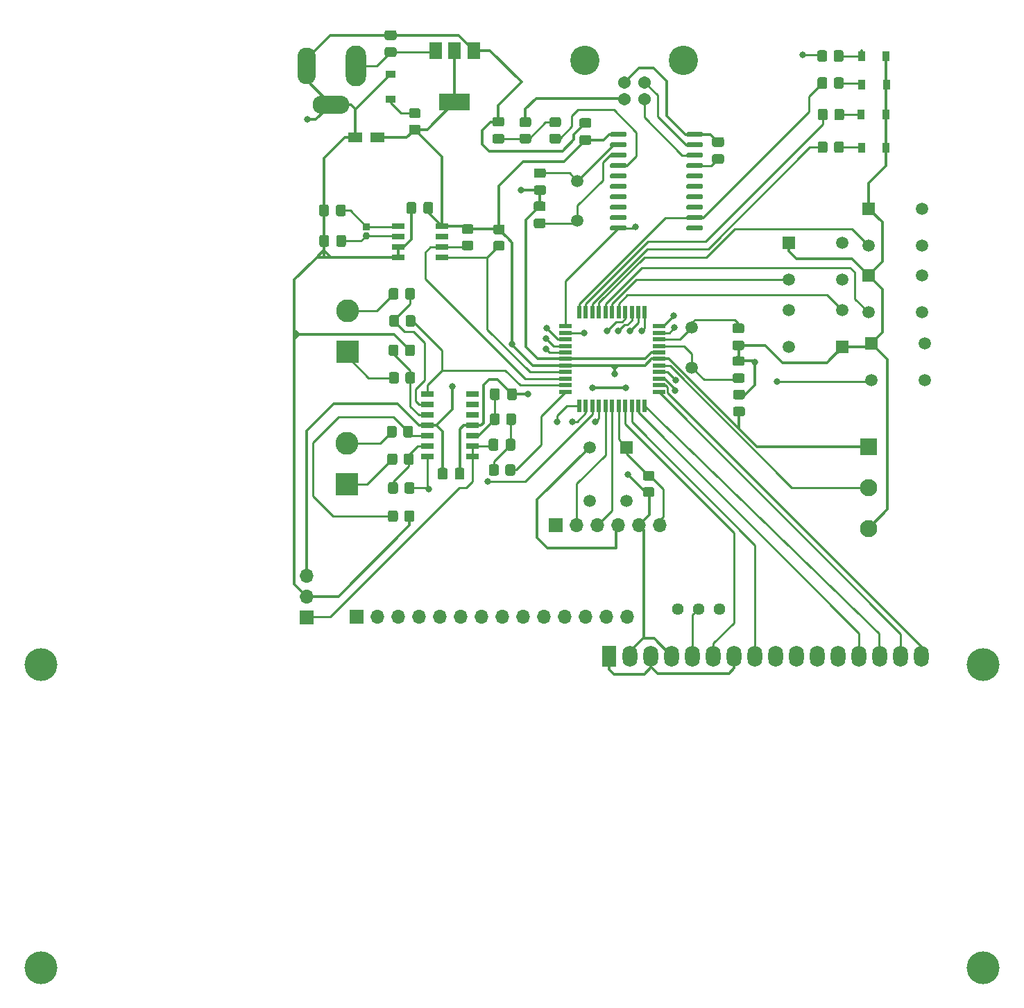
<source format=gbr>
%TF.GenerationSoftware,KiCad,Pcbnew,(5.1.10)-1*%
%TF.CreationDate,2021-07-26T21:59:56-03:00*%
%TF.ProjectId,PBLE01,50424c45-3031-42e6-9b69-6361645f7063,rev?*%
%TF.SameCoordinates,Original*%
%TF.FileFunction,Copper,L1,Top*%
%TF.FilePolarity,Positive*%
%FSLAX46Y46*%
G04 Gerber Fmt 4.6, Leading zero omitted, Abs format (unit mm)*
G04 Created by KiCad (PCBNEW (5.1.10)-1) date 2021-07-26 21:59:56*
%MOMM*%
%LPD*%
G01*
G04 APERTURE LIST*
%TA.AperFunction,ComponentPad*%
%ADD10R,1.800000X2.600000*%
%TD*%
%TA.AperFunction,ComponentPad*%
%ADD11O,1.800000X2.600000*%
%TD*%
%TA.AperFunction,ComponentPad*%
%ADD12C,4.000000*%
%TD*%
%TA.AperFunction,ComponentPad*%
%ADD13C,0.925000*%
%TD*%
%TA.AperFunction,ComponentPad*%
%ADD14R,0.925000X0.925000*%
%TD*%
%TA.AperFunction,ComponentPad*%
%ADD15C,3.585000*%
%TD*%
%TA.AperFunction,ComponentPad*%
%ADD16C,1.540000*%
%TD*%
%TA.AperFunction,ComponentPad*%
%ADD17C,1.498000*%
%TD*%
%TA.AperFunction,ComponentPad*%
%ADD18R,1.498000X1.498000*%
%TD*%
%TA.AperFunction,ComponentPad*%
%ADD19C,1.440000*%
%TD*%
%TA.AperFunction,ComponentPad*%
%ADD20O,2.500000X5.000000*%
%TD*%
%TA.AperFunction,ComponentPad*%
%ADD21O,2.250000X4.500000*%
%TD*%
%TA.AperFunction,ComponentPad*%
%ADD22O,4.500000X2.250000*%
%TD*%
%TA.AperFunction,ComponentPad*%
%ADD23C,1.500000*%
%TD*%
%TA.AperFunction,SMDPad,CuDef*%
%ADD24R,1.750000X1.250000*%
%TD*%
%TA.AperFunction,SMDPad,CuDef*%
%ADD25R,1.295400X0.959600*%
%TD*%
%TA.AperFunction,SMDPad,CuDef*%
%ADD26R,0.959600X1.295400*%
%TD*%
%TA.AperFunction,ComponentPad*%
%ADD27R,1.700000X1.700000*%
%TD*%
%TA.AperFunction,ComponentPad*%
%ADD28O,1.700000X1.700000*%
%TD*%
%TA.AperFunction,ComponentPad*%
%ADD29R,2.100000X2.100000*%
%TD*%
%TA.AperFunction,ComponentPad*%
%ADD30C,2.100000*%
%TD*%
%TA.AperFunction,SMDPad,CuDef*%
%ADD31R,1.500000X0.550000*%
%TD*%
%TA.AperFunction,SMDPad,CuDef*%
%ADD32R,0.550000X1.500000*%
%TD*%
%TA.AperFunction,SMDPad,CuDef*%
%ADD33R,1.550000X0.650000*%
%TD*%
%TA.AperFunction,SMDPad,CuDef*%
%ADD34R,3.800000X2.000000*%
%TD*%
%TA.AperFunction,SMDPad,CuDef*%
%ADD35R,1.500000X2.000000*%
%TD*%
%TA.AperFunction,SMDPad,CuDef*%
%ADD36R,1.500000X0.650000*%
%TD*%
%TA.AperFunction,ComponentPad*%
%ADD37R,2.800000X2.800000*%
%TD*%
%TA.AperFunction,ComponentPad*%
%ADD38C,2.800000*%
%TD*%
%TA.AperFunction,ViaPad*%
%ADD39C,0.800000*%
%TD*%
%TA.AperFunction,Conductor*%
%ADD40C,0.250000*%
%TD*%
%TA.AperFunction,Conductor*%
%ADD41C,0.300000*%
%TD*%
G04 APERTURE END LIST*
D10*
%TO.P,DS1,1*%
%TO.N,GND*%
X145252440Y-124371100D03*
D11*
%TO.P,DS1,2*%
%TO.N,+5V*%
X147792440Y-124371100D03*
%TO.P,DS1,3*%
%TO.N,GND*%
X150332440Y-124371100D03*
%TO.P,DS1,4*%
%TO.N,+5V*%
X152872440Y-124371100D03*
%TO.P,DS1,5*%
%TO.N,Net-(DS1-Pad5)*%
X155412440Y-124371100D03*
%TO.P,DS1,6*%
%TO.N,/RS*%
X157952440Y-124371100D03*
%TO.P,DS1,7*%
%TO.N,GND*%
X160492440Y-124371100D03*
%TO.P,DS1,8*%
%TO.N,/EN*%
X163032440Y-124371100D03*
%TO.P,DS1,9*%
%TO.N,Net-(DS1-Pad9)*%
X165572440Y-124371100D03*
%TO.P,DS1,10*%
%TO.N,Net-(DS1-Pad10)*%
X168112440Y-124371100D03*
%TO.P,DS1,11*%
%TO.N,Net-(DS1-Pad11)*%
X170652440Y-124371100D03*
%TO.P,DS1,12*%
%TO.N,Net-(DS1-Pad12)*%
X173192440Y-124371100D03*
%TO.P,DS1,13*%
%TO.N,/DB4*%
X175732440Y-124371100D03*
%TO.P,DS1,14*%
%TO.N,/DB5*%
X178272440Y-124371100D03*
%TO.P,DS1,15*%
%TO.N,/DB6*%
X180812440Y-124371100D03*
%TO.P,DS1,16*%
%TO.N,/DB7*%
X183352440Y-124371100D03*
D12*
%TO.P,DS1,*%
%TO.N,*%
X190853060Y-162372040D03*
X190853060Y-125371860D03*
X75852020Y-162372040D03*
X75852020Y-125371860D03*
%TD*%
D13*
%TO.P,Y3,2*%
%TO.N,Net-(C10-Pad1)*%
X115570000Y-73041600D03*
D14*
%TO.P,Y3,1*%
%TO.N,Net-(C9-Pad2)*%
X115570000Y-71941600D03*
%TD*%
D15*
%TO.P,J3,MH2*%
%TO.N,Net-(J3-PadMH2)*%
X142273300Y-51662600D03*
%TO.P,J3,MH1*%
%TO.N,Net-(J3-PadMH1)*%
X154313300Y-51662600D03*
D16*
%TO.P,J3,4*%
%TO.N,GND*%
X147048300Y-54372600D03*
%TO.P,J3,3*%
%TO.N,Net-(J3-Pad3)*%
X149538300Y-54372600D03*
%TO.P,J3,2*%
%TO.N,Net-(J3-Pad2)*%
X149538300Y-56362600D03*
%TO.P,J3,1*%
%TO.N,/Comunica\u00E7\u00E3o serial /VBUS*%
X147048300Y-56362600D03*
%TD*%
D17*
%TO.P,SW1,2*%
%TO.N,Net-(SW1-Pad2)*%
X147347500Y-105383400D03*
%TO.P,SW1,4*%
%TO.N,Net-(SW1-Pad4)*%
X142847500Y-105383400D03*
D18*
%TO.P,SW1,1*%
%TO.N,VPP*%
X147347500Y-98883400D03*
D17*
%TO.P,SW1,3*%
%TO.N,GND*%
X142847500Y-98883400D03*
%TD*%
D19*
%TO.P,RV1,1*%
%TO.N,GND*%
X153593800Y-118579900D03*
%TO.P,RV1,2*%
%TO.N,Net-(DS1-Pad5)*%
X156133800Y-118579900D03*
%TO.P,RV1,3*%
%TO.N,+5V*%
X158673800Y-118579900D03*
%TD*%
%TO.P,C5,1*%
%TO.N,GND*%
%TA.AperFunction,SMDPad,CuDef*%
G36*
G01*
X158026080Y-61015300D02*
X158976080Y-61015300D01*
G75*
G02*
X159226080Y-61265300I0J-250000D01*
G01*
X159226080Y-61940300D01*
G75*
G02*
X158976080Y-62190300I-250000J0D01*
G01*
X158026080Y-62190300D01*
G75*
G02*
X157776080Y-61940300I0J250000D01*
G01*
X157776080Y-61265300D01*
G75*
G02*
X158026080Y-61015300I250000J0D01*
G01*
G37*
%TD.AperFunction*%
%TO.P,C5,2*%
%TO.N,Net-(C5-Pad2)*%
%TA.AperFunction,SMDPad,CuDef*%
G36*
G01*
X158026080Y-63090300D02*
X158976080Y-63090300D01*
G75*
G02*
X159226080Y-63340300I0J-250000D01*
G01*
X159226080Y-64015300D01*
G75*
G02*
X158976080Y-64265300I-250000J0D01*
G01*
X158026080Y-64265300D01*
G75*
G02*
X157776080Y-64015300I0J250000D01*
G01*
X157776080Y-63340300D01*
G75*
G02*
X158026080Y-63090300I250000J0D01*
G01*
G37*
%TD.AperFunction*%
%TD*%
D20*
%TO.P,J2,1*%
%TO.N,Net-(C3-Pad1)*%
X114274600Y-52324000D03*
D21*
%TO.P,J2,2*%
%TO.N,GND*%
X108274600Y-52324000D03*
D22*
%TO.P,J2,3*%
X111274600Y-57024000D03*
%TD*%
D23*
%TO.P,Y2,2*%
%TO.N,Net-(C8-Pad1)*%
X141348460Y-71234960D03*
%TO.P,Y2,1*%
%TO.N,Net-(C7-Pad2)*%
X141348460Y-66354960D03*
%TD*%
D17*
%TO.P,SW2,2*%
%TO.N,Net-(SW2-Pad2)*%
X183734780Y-86187720D03*
%TO.P,SW2,4*%
%TO.N,Net-(SW2-Pad4)*%
X183734780Y-90687720D03*
D18*
%TO.P,SW2,1*%
%TO.N,GND*%
X177234780Y-86187720D03*
D17*
%TO.P,SW2,3*%
%TO.N,/CHAVE5*%
X177234780Y-90687720D03*
%TD*%
D23*
%TO.P,Y1,1*%
%TO.N,Net-(C1-Pad2)*%
X155321000Y-84251800D03*
%TO.P,Y1,2*%
%TO.N,Net-(C2-Pad2)*%
X155321000Y-89131800D03*
%TD*%
%TO.P,C1,2*%
%TO.N,Net-(C1-Pad2)*%
%TA.AperFunction,SMDPad,CuDef*%
G36*
G01*
X161455120Y-84937180D02*
X160505120Y-84937180D01*
G75*
G02*
X160255120Y-84687180I0J250000D01*
G01*
X160255120Y-84012180D01*
G75*
G02*
X160505120Y-83762180I250000J0D01*
G01*
X161455120Y-83762180D01*
G75*
G02*
X161705120Y-84012180I0J-250000D01*
G01*
X161705120Y-84687180D01*
G75*
G02*
X161455120Y-84937180I-250000J0D01*
G01*
G37*
%TD.AperFunction*%
%TO.P,C1,1*%
%TO.N,GND*%
%TA.AperFunction,SMDPad,CuDef*%
G36*
G01*
X161455120Y-87012180D02*
X160505120Y-87012180D01*
G75*
G02*
X160255120Y-86762180I0J250000D01*
G01*
X160255120Y-86087180D01*
G75*
G02*
X160505120Y-85837180I250000J0D01*
G01*
X161455120Y-85837180D01*
G75*
G02*
X161705120Y-86087180I0J-250000D01*
G01*
X161705120Y-86762180D01*
G75*
G02*
X161455120Y-87012180I-250000J0D01*
G01*
G37*
%TD.AperFunction*%
%TD*%
%TO.P,C2,1*%
%TO.N,GND*%
%TA.AperFunction,SMDPad,CuDef*%
G36*
G01*
X160535600Y-87760140D02*
X161485600Y-87760140D01*
G75*
G02*
X161735600Y-88010140I0J-250000D01*
G01*
X161735600Y-88685140D01*
G75*
G02*
X161485600Y-88935140I-250000J0D01*
G01*
X160535600Y-88935140D01*
G75*
G02*
X160285600Y-88685140I0J250000D01*
G01*
X160285600Y-88010140D01*
G75*
G02*
X160535600Y-87760140I250000J0D01*
G01*
G37*
%TD.AperFunction*%
%TO.P,C2,2*%
%TO.N,Net-(C2-Pad2)*%
%TA.AperFunction,SMDPad,CuDef*%
G36*
G01*
X160535600Y-89835140D02*
X161485600Y-89835140D01*
G75*
G02*
X161735600Y-90085140I0J-250000D01*
G01*
X161735600Y-90760140D01*
G75*
G02*
X161485600Y-91010140I-250000J0D01*
G01*
X160535600Y-91010140D01*
G75*
G02*
X160285600Y-90760140I0J250000D01*
G01*
X160285600Y-90085140D01*
G75*
G02*
X160535600Y-89835140I250000J0D01*
G01*
G37*
%TD.AperFunction*%
%TD*%
%TO.P,C3,1*%
%TO.N,Net-(C3-Pad1)*%
%TA.AperFunction,SMDPad,CuDef*%
G36*
G01*
X119016800Y-51224760D02*
X118066800Y-51224760D01*
G75*
G02*
X117816800Y-50974760I0J250000D01*
G01*
X117816800Y-50299760D01*
G75*
G02*
X118066800Y-50049760I250000J0D01*
G01*
X119016800Y-50049760D01*
G75*
G02*
X119266800Y-50299760I0J-250000D01*
G01*
X119266800Y-50974760D01*
G75*
G02*
X119016800Y-51224760I-250000J0D01*
G01*
G37*
%TD.AperFunction*%
%TO.P,C3,2*%
%TO.N,GND*%
%TA.AperFunction,SMDPad,CuDef*%
G36*
G01*
X119016800Y-49149760D02*
X118066800Y-49149760D01*
G75*
G02*
X117816800Y-48899760I0J250000D01*
G01*
X117816800Y-48224760D01*
G75*
G02*
X118066800Y-47974760I250000J0D01*
G01*
X119016800Y-47974760D01*
G75*
G02*
X119266800Y-48224760I0J-250000D01*
G01*
X119266800Y-48899760D01*
G75*
G02*
X119016800Y-49149760I-250000J0D01*
G01*
G37*
%TD.AperFunction*%
%TD*%
D24*
%TO.P,C4,1*%
%TO.N,+5V*%
X116926340Y-61059060D03*
%TO.P,C4,2*%
%TO.N,GND*%
X114226340Y-61059060D03*
%TD*%
%TO.P,C6,2*%
%TO.N,+5V*%
%TA.AperFunction,SMDPad,CuDef*%
G36*
G01*
X141838660Y-60775000D02*
X142788660Y-60775000D01*
G75*
G02*
X143038660Y-61025000I0J-250000D01*
G01*
X143038660Y-61700000D01*
G75*
G02*
X142788660Y-61950000I-250000J0D01*
G01*
X141838660Y-61950000D01*
G75*
G02*
X141588660Y-61700000I0J250000D01*
G01*
X141588660Y-61025000D01*
G75*
G02*
X141838660Y-60775000I250000J0D01*
G01*
G37*
%TD.AperFunction*%
%TO.P,C6,1*%
%TO.N,GND*%
%TA.AperFunction,SMDPad,CuDef*%
G36*
G01*
X141838660Y-58700000D02*
X142788660Y-58700000D01*
G75*
G02*
X143038660Y-58950000I0J-250000D01*
G01*
X143038660Y-59625000D01*
G75*
G02*
X142788660Y-59875000I-250000J0D01*
G01*
X141838660Y-59875000D01*
G75*
G02*
X141588660Y-59625000I0J250000D01*
G01*
X141588660Y-58950000D01*
G75*
G02*
X141838660Y-58700000I250000J0D01*
G01*
G37*
%TD.AperFunction*%
%TD*%
%TO.P,C7,2*%
%TO.N,Net-(C7-Pad2)*%
%TA.AperFunction,SMDPad,CuDef*%
G36*
G01*
X137241300Y-65991320D02*
X136291300Y-65991320D01*
G75*
G02*
X136041300Y-65741320I0J250000D01*
G01*
X136041300Y-65066320D01*
G75*
G02*
X136291300Y-64816320I250000J0D01*
G01*
X137241300Y-64816320D01*
G75*
G02*
X137491300Y-65066320I0J-250000D01*
G01*
X137491300Y-65741320D01*
G75*
G02*
X137241300Y-65991320I-250000J0D01*
G01*
G37*
%TD.AperFunction*%
%TO.P,C7,1*%
%TO.N,GND*%
%TA.AperFunction,SMDPad,CuDef*%
G36*
G01*
X137241300Y-68066320D02*
X136291300Y-68066320D01*
G75*
G02*
X136041300Y-67816320I0J250000D01*
G01*
X136041300Y-67141320D01*
G75*
G02*
X136291300Y-66891320I250000J0D01*
G01*
X137241300Y-66891320D01*
G75*
G02*
X137491300Y-67141320I0J-250000D01*
G01*
X137491300Y-67816320D01*
G75*
G02*
X137241300Y-68066320I-250000J0D01*
G01*
G37*
%TD.AperFunction*%
%TD*%
%TO.P,C8,1*%
%TO.N,Net-(C8-Pad1)*%
%TA.AperFunction,SMDPad,CuDef*%
G36*
G01*
X137210820Y-72125240D02*
X136260820Y-72125240D01*
G75*
G02*
X136010820Y-71875240I0J250000D01*
G01*
X136010820Y-71200240D01*
G75*
G02*
X136260820Y-70950240I250000J0D01*
G01*
X137210820Y-70950240D01*
G75*
G02*
X137460820Y-71200240I0J-250000D01*
G01*
X137460820Y-71875240D01*
G75*
G02*
X137210820Y-72125240I-250000J0D01*
G01*
G37*
%TD.AperFunction*%
%TO.P,C8,2*%
%TO.N,GND*%
%TA.AperFunction,SMDPad,CuDef*%
G36*
G01*
X137210820Y-70050240D02*
X136260820Y-70050240D01*
G75*
G02*
X136010820Y-69800240I0J250000D01*
G01*
X136010820Y-69125240D01*
G75*
G02*
X136260820Y-68875240I250000J0D01*
G01*
X137210820Y-68875240D01*
G75*
G02*
X137460820Y-69125240I0J-250000D01*
G01*
X137460820Y-69800240D01*
G75*
G02*
X137210820Y-70050240I-250000J0D01*
G01*
G37*
%TD.AperFunction*%
%TD*%
%TO.P,C9,1*%
%TO.N,GND*%
%TA.AperFunction,SMDPad,CuDef*%
G36*
G01*
X109814960Y-70434220D02*
X109814960Y-69484220D01*
G75*
G02*
X110064960Y-69234220I250000J0D01*
G01*
X110739960Y-69234220D01*
G75*
G02*
X110989960Y-69484220I0J-250000D01*
G01*
X110989960Y-70434220D01*
G75*
G02*
X110739960Y-70684220I-250000J0D01*
G01*
X110064960Y-70684220D01*
G75*
G02*
X109814960Y-70434220I0J250000D01*
G01*
G37*
%TD.AperFunction*%
%TO.P,C9,2*%
%TO.N,Net-(C9-Pad2)*%
%TA.AperFunction,SMDPad,CuDef*%
G36*
G01*
X111889960Y-70434220D02*
X111889960Y-69484220D01*
G75*
G02*
X112139960Y-69234220I250000J0D01*
G01*
X112814960Y-69234220D01*
G75*
G02*
X113064960Y-69484220I0J-250000D01*
G01*
X113064960Y-70434220D01*
G75*
G02*
X112814960Y-70684220I-250000J0D01*
G01*
X112139960Y-70684220D01*
G75*
G02*
X111889960Y-70434220I0J250000D01*
G01*
G37*
%TD.AperFunction*%
%TD*%
%TO.P,C10,1*%
%TO.N,Net-(C10-Pad1)*%
%TA.AperFunction,SMDPad,CuDef*%
G36*
G01*
X113100520Y-73207860D02*
X113100520Y-74157860D01*
G75*
G02*
X112850520Y-74407860I-250000J0D01*
G01*
X112175520Y-74407860D01*
G75*
G02*
X111925520Y-74157860I0J250000D01*
G01*
X111925520Y-73207860D01*
G75*
G02*
X112175520Y-72957860I250000J0D01*
G01*
X112850520Y-72957860D01*
G75*
G02*
X113100520Y-73207860I0J-250000D01*
G01*
G37*
%TD.AperFunction*%
%TO.P,C10,2*%
%TO.N,GND*%
%TA.AperFunction,SMDPad,CuDef*%
G36*
G01*
X111025520Y-73207860D02*
X111025520Y-74157860D01*
G75*
G02*
X110775520Y-74407860I-250000J0D01*
G01*
X110100520Y-74407860D01*
G75*
G02*
X109850520Y-74157860I0J250000D01*
G01*
X109850520Y-73207860D01*
G75*
G02*
X110100520Y-72957860I250000J0D01*
G01*
X110775520Y-72957860D01*
G75*
G02*
X111025520Y-73207860I0J-250000D01*
G01*
G37*
%TD.AperFunction*%
%TD*%
%TO.P,C11,2*%
%TO.N,Net-(C11-Pad2)*%
%TA.AperFunction,SMDPad,CuDef*%
G36*
G01*
X132593500Y-99027000D02*
X132593500Y-98077000D01*
G75*
G02*
X132843500Y-97827000I250000J0D01*
G01*
X133518500Y-97827000D01*
G75*
G02*
X133768500Y-98077000I0J-250000D01*
G01*
X133768500Y-99027000D01*
G75*
G02*
X133518500Y-99277000I-250000J0D01*
G01*
X132843500Y-99277000D01*
G75*
G02*
X132593500Y-99027000I0J250000D01*
G01*
G37*
%TD.AperFunction*%
%TO.P,C11,1*%
%TO.N,/Perif\u00E9ricos/Sa\u00EDda_analog*%
%TA.AperFunction,SMDPad,CuDef*%
G36*
G01*
X130518500Y-99027000D02*
X130518500Y-98077000D01*
G75*
G02*
X130768500Y-97827000I250000J0D01*
G01*
X131443500Y-97827000D01*
G75*
G02*
X131693500Y-98077000I0J-250000D01*
G01*
X131693500Y-99027000D01*
G75*
G02*
X131443500Y-99277000I-250000J0D01*
G01*
X130768500Y-99277000D01*
G75*
G02*
X130518500Y-99027000I0J250000D01*
G01*
G37*
%TD.AperFunction*%
%TD*%
%TO.P,C12,1*%
%TO.N,Net-(C12-Pad1)*%
%TA.AperFunction,SMDPad,CuDef*%
G36*
G01*
X130683600Y-92867500D02*
X130683600Y-91917500D01*
G75*
G02*
X130933600Y-91667500I250000J0D01*
G01*
X131608600Y-91667500D01*
G75*
G02*
X131858600Y-91917500I0J-250000D01*
G01*
X131858600Y-92867500D01*
G75*
G02*
X131608600Y-93117500I-250000J0D01*
G01*
X130933600Y-93117500D01*
G75*
G02*
X130683600Y-92867500I0J250000D01*
G01*
G37*
%TD.AperFunction*%
%TO.P,C12,2*%
%TO.N,GND*%
%TA.AperFunction,SMDPad,CuDef*%
G36*
G01*
X132758600Y-92867500D02*
X132758600Y-91917500D01*
G75*
G02*
X133008600Y-91667500I250000J0D01*
G01*
X133683600Y-91667500D01*
G75*
G02*
X133933600Y-91917500I0J-250000D01*
G01*
X133933600Y-92867500D01*
G75*
G02*
X133683600Y-93117500I-250000J0D01*
G01*
X133008600Y-93117500D01*
G75*
G02*
X132758600Y-92867500I0J250000D01*
G01*
G37*
%TD.AperFunction*%
%TD*%
%TO.P,C13,2*%
%TO.N,GND*%
%TA.AperFunction,SMDPad,CuDef*%
G36*
G01*
X132163840Y-59727680D02*
X131213840Y-59727680D01*
G75*
G02*
X130963840Y-59477680I0J250000D01*
G01*
X130963840Y-58802680D01*
G75*
G02*
X131213840Y-58552680I250000J0D01*
G01*
X132163840Y-58552680D01*
G75*
G02*
X132413840Y-58802680I0J-250000D01*
G01*
X132413840Y-59477680D01*
G75*
G02*
X132163840Y-59727680I-250000J0D01*
G01*
G37*
%TD.AperFunction*%
%TO.P,C13,1*%
%TO.N,Net-(C13-Pad1)*%
%TA.AperFunction,SMDPad,CuDef*%
G36*
G01*
X132163840Y-61802680D02*
X131213840Y-61802680D01*
G75*
G02*
X130963840Y-61552680I0J250000D01*
G01*
X130963840Y-60877680D01*
G75*
G02*
X131213840Y-60627680I250000J0D01*
G01*
X132163840Y-60627680D01*
G75*
G02*
X132413840Y-60877680I0J-250000D01*
G01*
X132413840Y-61552680D01*
G75*
G02*
X132163840Y-61802680I-250000J0D01*
G01*
G37*
%TD.AperFunction*%
%TD*%
D25*
%TO.P,D2,1*%
%TO.N,GND*%
X118521480Y-53319940D03*
%TO.P,D2,2*%
%TO.N,Net-(D2-Pad2)*%
X118521480Y-56362340D03*
%TD*%
D26*
%TO.P,D3,1*%
%TO.N,GND*%
X179034180Y-51107340D03*
%TO.P,D3,2*%
%TO.N,Net-(D3-Pad2)*%
X175991780Y-51107340D03*
%TD*%
%TO.P,D4,2*%
%TO.N,Net-(D4-Pad2)*%
X175999400Y-54648100D03*
%TO.P,D4,1*%
%TO.N,GND*%
X179041800Y-54648100D03*
%TD*%
%TO.P,D5,1*%
%TO.N,GND*%
X179034180Y-62273180D03*
%TO.P,D5,2*%
%TO.N,Net-(D5-Pad2)*%
X175991780Y-62273180D03*
%TD*%
%TO.P,D6,2*%
%TO.N,Net-(D6-Pad2)*%
X175979080Y-58257440D03*
%TO.P,D6,1*%
%TO.N,GND*%
X179021480Y-58257440D03*
%TD*%
D27*
%TO.P,J1,1*%
%TO.N,Net-(J1-Pad1)*%
X138696700Y-108369100D03*
D28*
%TO.P,J1,2*%
%TO.N,PGC*%
X141236700Y-108369100D03*
%TO.P,J1,3*%
%TO.N,PGD*%
X143776700Y-108369100D03*
%TO.P,J1,4*%
%TO.N,GND*%
X146316700Y-108369100D03*
%TO.P,J1,5*%
%TO.N,+5V*%
X148856700Y-108369100D03*
%TO.P,J1,6*%
%TO.N,VPP*%
X151396700Y-108369100D03*
%TD*%
D27*
%TO.P,J6,1*%
%TO.N,/Perif\u00E9ricos/Sa\u00EDda_analog*%
X108318300Y-119595900D03*
D28*
%TO.P,J6,2*%
%TO.N,GND*%
X108318300Y-117055900D03*
%TO.P,J6,3*%
%TO.N,+5V*%
X108318300Y-114515900D03*
%TD*%
D27*
%TO.P,J7,1*%
%TO.N,RD5*%
X114406680Y-119514620D03*
D28*
%TO.P,J7,2*%
%TO.N,RD6*%
X116946680Y-119514620D03*
%TO.P,J7,3*%
%TO.N,RD7*%
X119486680Y-119514620D03*
%TO.P,J7,4*%
%TO.N,ICCK*%
X122026680Y-119514620D03*
%TO.P,J7,5*%
%TO.N,ICDT*%
X124566680Y-119514620D03*
%TO.P,J7,6*%
%TO.N,VUSB*%
X127106680Y-119514620D03*
%TO.P,J7,7*%
%TO.N,RB5*%
X129646680Y-119514620D03*
%TO.P,J7,8*%
%TO.N,RC2*%
X132186680Y-119514620D03*
%TO.P,J7,9*%
%TO.N,RC1*%
X134726680Y-119514620D03*
%TO.P,J7,10*%
%TO.N,ICPORTS*%
X137266680Y-119514620D03*
%TO.P,J7,11*%
%TO.N,RE0*%
X139806680Y-119514620D03*
%TO.P,J7,12*%
%TO.N,RE1*%
X142346680Y-119514620D03*
%TO.P,J7,13*%
%TO.N,RC0*%
X144886680Y-119514620D03*
%TO.P,J7,14*%
%TO.N,ICRST*%
X147426680Y-119514620D03*
%TD*%
%TO.P,R1,2*%
%TO.N,VPP*%
%TA.AperFunction,SMDPad,CuDef*%
G36*
G01*
X150475101Y-102927200D02*
X149575099Y-102927200D01*
G75*
G02*
X149325100Y-102677201I0J249999D01*
G01*
X149325100Y-101977199D01*
G75*
G02*
X149575099Y-101727200I249999J0D01*
G01*
X150475101Y-101727200D01*
G75*
G02*
X150725100Y-101977199I0J-249999D01*
G01*
X150725100Y-102677201D01*
G75*
G02*
X150475101Y-102927200I-249999J0D01*
G01*
G37*
%TD.AperFunction*%
%TO.P,R1,1*%
%TO.N,+5V*%
%TA.AperFunction,SMDPad,CuDef*%
G36*
G01*
X150475101Y-104927200D02*
X149575099Y-104927200D01*
G75*
G02*
X149325100Y-104677201I0J249999D01*
G01*
X149325100Y-103977199D01*
G75*
G02*
X149575099Y-103727200I249999J0D01*
G01*
X150475101Y-103727200D01*
G75*
G02*
X150725100Y-103977199I0J-249999D01*
G01*
X150725100Y-104677201D01*
G75*
G02*
X150475101Y-104927200I-249999J0D01*
G01*
G37*
%TD.AperFunction*%
%TD*%
%TO.P,R2,1*%
%TO.N,+5V*%
%TA.AperFunction,SMDPad,CuDef*%
G36*
G01*
X121940741Y-60685480D02*
X121040739Y-60685480D01*
G75*
G02*
X120790740Y-60435481I0J249999D01*
G01*
X120790740Y-59735479D01*
G75*
G02*
X121040739Y-59485480I249999J0D01*
G01*
X121940741Y-59485480D01*
G75*
G02*
X122190740Y-59735479I0J-249999D01*
G01*
X122190740Y-60435481D01*
G75*
G02*
X121940741Y-60685480I-249999J0D01*
G01*
G37*
%TD.AperFunction*%
%TO.P,R2,2*%
%TO.N,Net-(D2-Pad2)*%
%TA.AperFunction,SMDPad,CuDef*%
G36*
G01*
X121940741Y-58685480D02*
X121040739Y-58685480D01*
G75*
G02*
X120790740Y-58435481I0J249999D01*
G01*
X120790740Y-57735479D01*
G75*
G02*
X121040739Y-57485480I249999J0D01*
G01*
X121940741Y-57485480D01*
G75*
G02*
X122190740Y-57735479I0J-249999D01*
G01*
X122190740Y-58435481D01*
G75*
G02*
X121940741Y-58685480I-249999J0D01*
G01*
G37*
%TD.AperFunction*%
%TD*%
%TO.P,R4,2*%
%TO.N,Net-(C13-Pad1)*%
%TA.AperFunction,SMDPad,CuDef*%
G36*
G01*
X134540459Y-60596360D02*
X135440461Y-60596360D01*
G75*
G02*
X135690460Y-60846359I0J-249999D01*
G01*
X135690460Y-61546361D01*
G75*
G02*
X135440461Y-61796360I-249999J0D01*
G01*
X134540459Y-61796360D01*
G75*
G02*
X134290460Y-61546361I0J249999D01*
G01*
X134290460Y-60846359D01*
G75*
G02*
X134540459Y-60596360I249999J0D01*
G01*
G37*
%TD.AperFunction*%
%TO.P,R4,1*%
%TO.N,/Comunica\u00E7\u00E3o serial /VBUS*%
%TA.AperFunction,SMDPad,CuDef*%
G36*
G01*
X134540459Y-58596360D02*
X135440461Y-58596360D01*
G75*
G02*
X135690460Y-58846359I0J-249999D01*
G01*
X135690460Y-59546361D01*
G75*
G02*
X135440461Y-59796360I-249999J0D01*
G01*
X134540459Y-59796360D01*
G75*
G02*
X134290460Y-59546361I0J249999D01*
G01*
X134290460Y-58846359D01*
G75*
G02*
X134540459Y-58596360I249999J0D01*
G01*
G37*
%TD.AperFunction*%
%TD*%
%TO.P,R5,2*%
%TO.N,/SDA*%
%TA.AperFunction,SMDPad,CuDef*%
G36*
G01*
X131315039Y-73673920D02*
X132215041Y-73673920D01*
G75*
G02*
X132465040Y-73923919I0J-249999D01*
G01*
X132465040Y-74623921D01*
G75*
G02*
X132215041Y-74873920I-249999J0D01*
G01*
X131315039Y-74873920D01*
G75*
G02*
X131065040Y-74623921I0J249999D01*
G01*
X131065040Y-73923919D01*
G75*
G02*
X131315039Y-73673920I249999J0D01*
G01*
G37*
%TD.AperFunction*%
%TO.P,R5,1*%
%TO.N,+5V*%
%TA.AperFunction,SMDPad,CuDef*%
G36*
G01*
X131315039Y-71673920D02*
X132215041Y-71673920D01*
G75*
G02*
X132465040Y-71923919I0J-249999D01*
G01*
X132465040Y-72623921D01*
G75*
G02*
X132215041Y-72873920I-249999J0D01*
G01*
X131315039Y-72873920D01*
G75*
G02*
X131065040Y-72623921I0J249999D01*
G01*
X131065040Y-71923919D01*
G75*
G02*
X131315039Y-71673920I249999J0D01*
G01*
G37*
%TD.AperFunction*%
%TD*%
%TO.P,R6,1*%
%TO.N,+5V*%
%TA.AperFunction,SMDPad,CuDef*%
G36*
G01*
X127484719Y-71640140D02*
X128384721Y-71640140D01*
G75*
G02*
X128634720Y-71890139I0J-249999D01*
G01*
X128634720Y-72590141D01*
G75*
G02*
X128384721Y-72840140I-249999J0D01*
G01*
X127484719Y-72840140D01*
G75*
G02*
X127234720Y-72590141I0J249999D01*
G01*
X127234720Y-71890139D01*
G75*
G02*
X127484719Y-71640140I249999J0D01*
G01*
G37*
%TD.AperFunction*%
%TO.P,R6,2*%
%TO.N,/SCL*%
%TA.AperFunction,SMDPad,CuDef*%
G36*
G01*
X127484719Y-73640140D02*
X128384721Y-73640140D01*
G75*
G02*
X128634720Y-73890139I0J-249999D01*
G01*
X128634720Y-74590141D01*
G75*
G02*
X128384721Y-74840140I-249999J0D01*
G01*
X127484719Y-74840140D01*
G75*
G02*
X127234720Y-74590141I0J249999D01*
G01*
X127234720Y-73890139D01*
G75*
G02*
X127484719Y-73640140I249999J0D01*
G01*
G37*
%TD.AperFunction*%
%TD*%
%TO.P,R7,2*%
%TO.N,Net-(R7-Pad2)*%
%TA.AperFunction,SMDPad,CuDef*%
G36*
G01*
X120310860Y-80592081D02*
X120310860Y-79692079D01*
G75*
G02*
X120560859Y-79442080I249999J0D01*
G01*
X121260861Y-79442080D01*
G75*
G02*
X121510860Y-79692079I0J-249999D01*
G01*
X121510860Y-80592081D01*
G75*
G02*
X121260861Y-80842080I-249999J0D01*
G01*
X120560859Y-80842080D01*
G75*
G02*
X120310860Y-80592081I0J249999D01*
G01*
G37*
%TD.AperFunction*%
%TO.P,R7,1*%
%TO.N,Net-(J4-Pad2)*%
%TA.AperFunction,SMDPad,CuDef*%
G36*
G01*
X118310860Y-80592081D02*
X118310860Y-79692079D01*
G75*
G02*
X118560859Y-79442080I249999J0D01*
G01*
X119260861Y-79442080D01*
G75*
G02*
X119510860Y-79692079I0J-249999D01*
G01*
X119510860Y-80592081D01*
G75*
G02*
X119260861Y-80842080I-249999J0D01*
G01*
X118560859Y-80842080D01*
G75*
G02*
X118310860Y-80592081I0J249999D01*
G01*
G37*
%TD.AperFunction*%
%TD*%
%TO.P,R8,1*%
%TO.N,Net-(J4-Pad1)*%
%TA.AperFunction,SMDPad,CuDef*%
G36*
G01*
X118348960Y-90838441D02*
X118348960Y-89938439D01*
G75*
G02*
X118598959Y-89688440I249999J0D01*
G01*
X119298961Y-89688440D01*
G75*
G02*
X119548960Y-89938439I0J-249999D01*
G01*
X119548960Y-90838441D01*
G75*
G02*
X119298961Y-91088440I-249999J0D01*
G01*
X118598959Y-91088440D01*
G75*
G02*
X118348960Y-90838441I0J249999D01*
G01*
G37*
%TD.AperFunction*%
%TO.P,R8,2*%
%TO.N,Net-(R10-Pad1)*%
%TA.AperFunction,SMDPad,CuDef*%
G36*
G01*
X120348960Y-90838441D02*
X120348960Y-89938439D01*
G75*
G02*
X120598959Y-89688440I249999J0D01*
G01*
X121298961Y-89688440D01*
G75*
G02*
X121548960Y-89938439I0J-249999D01*
G01*
X121548960Y-90838441D01*
G75*
G02*
X121298961Y-91088440I-249999J0D01*
G01*
X120598959Y-91088440D01*
G75*
G02*
X120348960Y-90838441I0J249999D01*
G01*
G37*
%TD.AperFunction*%
%TD*%
%TO.P,R9,1*%
%TO.N,Net-(R7-Pad2)*%
%TA.AperFunction,SMDPad,CuDef*%
G36*
G01*
X118364200Y-83896621D02*
X118364200Y-82996619D01*
G75*
G02*
X118614199Y-82746620I249999J0D01*
G01*
X119314201Y-82746620D01*
G75*
G02*
X119564200Y-82996619I0J-249999D01*
G01*
X119564200Y-83896621D01*
G75*
G02*
X119314201Y-84146620I-249999J0D01*
G01*
X118614199Y-84146620D01*
G75*
G02*
X118364200Y-83896621I0J249999D01*
G01*
G37*
%TD.AperFunction*%
%TO.P,R9,2*%
%TO.N,/DIFERENCIAL1*%
%TA.AperFunction,SMDPad,CuDef*%
G36*
G01*
X120364200Y-83896621D02*
X120364200Y-82996619D01*
G75*
G02*
X120614199Y-82746620I249999J0D01*
G01*
X121314201Y-82746620D01*
G75*
G02*
X121564200Y-82996619I0J-249999D01*
G01*
X121564200Y-83896621D01*
G75*
G02*
X121314201Y-84146620I-249999J0D01*
G01*
X120614199Y-84146620D01*
G75*
G02*
X120364200Y-83896621I0J249999D01*
G01*
G37*
%TD.AperFunction*%
%TD*%
%TO.P,R10,2*%
%TO.N,GND*%
%TA.AperFunction,SMDPad,CuDef*%
G36*
G01*
X120303240Y-87478021D02*
X120303240Y-86578019D01*
G75*
G02*
X120553239Y-86328020I249999J0D01*
G01*
X121253241Y-86328020D01*
G75*
G02*
X121503240Y-86578019I0J-249999D01*
G01*
X121503240Y-87478021D01*
G75*
G02*
X121253241Y-87728020I-249999J0D01*
G01*
X120553239Y-87728020D01*
G75*
G02*
X120303240Y-87478021I0J249999D01*
G01*
G37*
%TD.AperFunction*%
%TO.P,R10,1*%
%TO.N,Net-(R10-Pad1)*%
%TA.AperFunction,SMDPad,CuDef*%
G36*
G01*
X118303240Y-87478021D02*
X118303240Y-86578019D01*
G75*
G02*
X118553239Y-86328020I249999J0D01*
G01*
X119253241Y-86328020D01*
G75*
G02*
X119503240Y-86578019I0J-249999D01*
G01*
X119503240Y-87478021D01*
G75*
G02*
X119253241Y-87728020I-249999J0D01*
G01*
X118553239Y-87728020D01*
G75*
G02*
X118303240Y-87478021I0J249999D01*
G01*
G37*
%TD.AperFunction*%
%TD*%
%TO.P,R11,2*%
%TO.N,Net-(R11-Pad2)*%
%TA.AperFunction,SMDPad,CuDef*%
G36*
G01*
X120150840Y-100762221D02*
X120150840Y-99862219D01*
G75*
G02*
X120400839Y-99612220I249999J0D01*
G01*
X121100841Y-99612220D01*
G75*
G02*
X121350840Y-99862219I0J-249999D01*
G01*
X121350840Y-100762221D01*
G75*
G02*
X121100841Y-101012220I-249999J0D01*
G01*
X120400839Y-101012220D01*
G75*
G02*
X120150840Y-100762221I0J249999D01*
G01*
G37*
%TD.AperFunction*%
%TO.P,R11,1*%
%TO.N,Net-(J5-Pad1)*%
%TA.AperFunction,SMDPad,CuDef*%
G36*
G01*
X118150840Y-100762221D02*
X118150840Y-99862219D01*
G75*
G02*
X118400839Y-99612220I249999J0D01*
G01*
X119100841Y-99612220D01*
G75*
G02*
X119350840Y-99862219I0J-249999D01*
G01*
X119350840Y-100762221D01*
G75*
G02*
X119100841Y-101012220I-249999J0D01*
G01*
X118400839Y-101012220D01*
G75*
G02*
X118150840Y-100762221I0J249999D01*
G01*
G37*
%TD.AperFunction*%
%TD*%
%TO.P,R12,1*%
%TO.N,Net-(J5-Pad2)*%
%TA.AperFunction,SMDPad,CuDef*%
G36*
G01*
X118082260Y-97417041D02*
X118082260Y-96517039D01*
G75*
G02*
X118332259Y-96267040I249999J0D01*
G01*
X119032261Y-96267040D01*
G75*
G02*
X119282260Y-96517039I0J-249999D01*
G01*
X119282260Y-97417041D01*
G75*
G02*
X119032261Y-97667040I-249999J0D01*
G01*
X118332259Y-97667040D01*
G75*
G02*
X118082260Y-97417041I0J249999D01*
G01*
G37*
%TD.AperFunction*%
%TO.P,R12,2*%
%TO.N,Net-(R12-Pad2)*%
%TA.AperFunction,SMDPad,CuDef*%
G36*
G01*
X120082260Y-97417041D02*
X120082260Y-96517039D01*
G75*
G02*
X120332259Y-96267040I249999J0D01*
G01*
X121032261Y-96267040D01*
G75*
G02*
X121282260Y-96517039I0J-249999D01*
G01*
X121282260Y-97417041D01*
G75*
G02*
X121032261Y-97667040I-249999J0D01*
G01*
X120332259Y-97667040D01*
G75*
G02*
X120082260Y-97417041I0J249999D01*
G01*
G37*
%TD.AperFunction*%
%TD*%
%TO.P,R13,1*%
%TO.N,Net-(R11-Pad2)*%
%TA.AperFunction,SMDPad,CuDef*%
G36*
G01*
X118247360Y-104280121D02*
X118247360Y-103380119D01*
G75*
G02*
X118497359Y-103130120I249999J0D01*
G01*
X119197361Y-103130120D01*
G75*
G02*
X119447360Y-103380119I0J-249999D01*
G01*
X119447360Y-104280121D01*
G75*
G02*
X119197361Y-104530120I-249999J0D01*
G01*
X118497359Y-104530120D01*
G75*
G02*
X118247360Y-104280121I0J249999D01*
G01*
G37*
%TD.AperFunction*%
%TO.P,R13,2*%
%TO.N,/DIFERENCIAL2*%
%TA.AperFunction,SMDPad,CuDef*%
G36*
G01*
X120247360Y-104280121D02*
X120247360Y-103380119D01*
G75*
G02*
X120497359Y-103130120I249999J0D01*
G01*
X121197361Y-103130120D01*
G75*
G02*
X121447360Y-103380119I0J-249999D01*
G01*
X121447360Y-104280121D01*
G75*
G02*
X121197361Y-104530120I-249999J0D01*
G01*
X120497359Y-104530120D01*
G75*
G02*
X120247360Y-104280121I0J249999D01*
G01*
G37*
%TD.AperFunction*%
%TD*%
%TO.P,R14,2*%
%TO.N,GND*%
%TA.AperFunction,SMDPad,CuDef*%
G36*
G01*
X120234660Y-107724361D02*
X120234660Y-106824359D01*
G75*
G02*
X120484659Y-106574360I249999J0D01*
G01*
X121184661Y-106574360D01*
G75*
G02*
X121434660Y-106824359I0J-249999D01*
G01*
X121434660Y-107724361D01*
G75*
G02*
X121184661Y-107974360I-249999J0D01*
G01*
X120484659Y-107974360D01*
G75*
G02*
X120234660Y-107724361I0J249999D01*
G01*
G37*
%TD.AperFunction*%
%TO.P,R14,1*%
%TO.N,Net-(R12-Pad2)*%
%TA.AperFunction,SMDPad,CuDef*%
G36*
G01*
X118234660Y-107724361D02*
X118234660Y-106824359D01*
G75*
G02*
X118484659Y-106574360I249999J0D01*
G01*
X119184661Y-106574360D01*
G75*
G02*
X119434660Y-106824359I0J-249999D01*
G01*
X119434660Y-107724361D01*
G75*
G02*
X119184661Y-107974360I-249999J0D01*
G01*
X118484659Y-107974360D01*
G75*
G02*
X118234660Y-107724361I0J249999D01*
G01*
G37*
%TD.AperFunction*%
%TD*%
%TO.P,R15,1*%
%TO.N,/PWM*%
%TA.AperFunction,SMDPad,CuDef*%
G36*
G01*
X133743500Y-101188099D02*
X133743500Y-102088101D01*
G75*
G02*
X133493501Y-102338100I-249999J0D01*
G01*
X132793499Y-102338100D01*
G75*
G02*
X132543500Y-102088101I0J249999D01*
G01*
X132543500Y-101188099D01*
G75*
G02*
X132793499Y-100938100I249999J0D01*
G01*
X133493501Y-100938100D01*
G75*
G02*
X133743500Y-101188099I0J-249999D01*
G01*
G37*
%TD.AperFunction*%
%TO.P,R15,2*%
%TO.N,Net-(C11-Pad2)*%
%TA.AperFunction,SMDPad,CuDef*%
G36*
G01*
X131743500Y-101188099D02*
X131743500Y-102088101D01*
G75*
G02*
X131493501Y-102338100I-249999J0D01*
G01*
X130793499Y-102338100D01*
G75*
G02*
X130543500Y-102088101I0J249999D01*
G01*
X130543500Y-101188099D01*
G75*
G02*
X130793499Y-100938100I249999J0D01*
G01*
X131493501Y-100938100D01*
G75*
G02*
X131743500Y-101188099I0J-249999D01*
G01*
G37*
%TD.AperFunction*%
%TD*%
%TO.P,R16,2*%
%TO.N,Net-(C12-Pad1)*%
%TA.AperFunction,SMDPad,CuDef*%
G36*
G01*
X131857800Y-94990499D02*
X131857800Y-95890501D01*
G75*
G02*
X131607801Y-96140500I-249999J0D01*
G01*
X130907799Y-96140500D01*
G75*
G02*
X130657800Y-95890501I0J249999D01*
G01*
X130657800Y-94990499D01*
G75*
G02*
X130907799Y-94740500I249999J0D01*
G01*
X131607801Y-94740500D01*
G75*
G02*
X131857800Y-94990499I0J-249999D01*
G01*
G37*
%TD.AperFunction*%
%TO.P,R16,1*%
%TO.N,Net-(C11-Pad2)*%
%TA.AperFunction,SMDPad,CuDef*%
G36*
G01*
X133857800Y-94990499D02*
X133857800Y-95890501D01*
G75*
G02*
X133607801Y-96140500I-249999J0D01*
G01*
X132907799Y-96140500D01*
G75*
G02*
X132657800Y-95890501I0J249999D01*
G01*
X132657800Y-94990499D01*
G75*
G02*
X132907799Y-94740500I249999J0D01*
G01*
X133607801Y-94740500D01*
G75*
G02*
X133857800Y-94990499I0J-249999D01*
G01*
G37*
%TD.AperFunction*%
%TD*%
%TO.P,R17,1*%
%TO.N,/TX*%
%TA.AperFunction,SMDPad,CuDef*%
G36*
G01*
X170614540Y-51562421D02*
X170614540Y-50662419D01*
G75*
G02*
X170864539Y-50412420I249999J0D01*
G01*
X171564541Y-50412420D01*
G75*
G02*
X171814540Y-50662419I0J-249999D01*
G01*
X171814540Y-51562421D01*
G75*
G02*
X171564541Y-51812420I-249999J0D01*
G01*
X170864539Y-51812420D01*
G75*
G02*
X170614540Y-51562421I0J249999D01*
G01*
G37*
%TD.AperFunction*%
%TO.P,R17,2*%
%TO.N,Net-(D3-Pad2)*%
%TA.AperFunction,SMDPad,CuDef*%
G36*
G01*
X172614540Y-51562421D02*
X172614540Y-50662419D01*
G75*
G02*
X172864539Y-50412420I249999J0D01*
G01*
X173564541Y-50412420D01*
G75*
G02*
X173814540Y-50662419I0J-249999D01*
G01*
X173814540Y-51562421D01*
G75*
G02*
X173564541Y-51812420I-249999J0D01*
G01*
X172864539Y-51812420D01*
G75*
G02*
X172614540Y-51562421I0J249999D01*
G01*
G37*
%TD.AperFunction*%
%TD*%
%TO.P,R18,1*%
%TO.N,/RX*%
%TA.AperFunction,SMDPad,CuDef*%
G36*
G01*
X170639940Y-54864421D02*
X170639940Y-53964419D01*
G75*
G02*
X170889939Y-53714420I249999J0D01*
G01*
X171589941Y-53714420D01*
G75*
G02*
X171839940Y-53964419I0J-249999D01*
G01*
X171839940Y-54864421D01*
G75*
G02*
X171589941Y-55114420I-249999J0D01*
G01*
X170889939Y-55114420D01*
G75*
G02*
X170639940Y-54864421I0J249999D01*
G01*
G37*
%TD.AperFunction*%
%TO.P,R18,2*%
%TO.N,Net-(D4-Pad2)*%
%TA.AperFunction,SMDPad,CuDef*%
G36*
G01*
X172639940Y-54864421D02*
X172639940Y-53964419D01*
G75*
G02*
X172889939Y-53714420I249999J0D01*
G01*
X173589941Y-53714420D01*
G75*
G02*
X173839940Y-53964419I0J-249999D01*
G01*
X173839940Y-54864421D01*
G75*
G02*
X173589941Y-55114420I-249999J0D01*
G01*
X172889939Y-55114420D01*
G75*
G02*
X172639940Y-54864421I0J249999D01*
G01*
G37*
%TD.AperFunction*%
%TD*%
%TO.P,R19,1*%
%TO.N,/RC4*%
%TA.AperFunction,SMDPad,CuDef*%
G36*
G01*
X170660260Y-62690161D02*
X170660260Y-61790159D01*
G75*
G02*
X170910259Y-61540160I249999J0D01*
G01*
X171610261Y-61540160D01*
G75*
G02*
X171860260Y-61790159I0J-249999D01*
G01*
X171860260Y-62690161D01*
G75*
G02*
X171610261Y-62940160I-249999J0D01*
G01*
X170910259Y-62940160D01*
G75*
G02*
X170660260Y-62690161I0J249999D01*
G01*
G37*
%TD.AperFunction*%
%TO.P,R19,2*%
%TO.N,Net-(D5-Pad2)*%
%TA.AperFunction,SMDPad,CuDef*%
G36*
G01*
X172660260Y-62690161D02*
X172660260Y-61790159D01*
G75*
G02*
X172910259Y-61540160I249999J0D01*
G01*
X173610261Y-61540160D01*
G75*
G02*
X173860260Y-61790159I0J-249999D01*
G01*
X173860260Y-62690161D01*
G75*
G02*
X173610261Y-62940160I-249999J0D01*
G01*
X172910259Y-62940160D01*
G75*
G02*
X172660260Y-62690161I0J249999D01*
G01*
G37*
%TD.AperFunction*%
%TD*%
%TO.P,R20,2*%
%TO.N,Net-(D6-Pad2)*%
%TA.AperFunction,SMDPad,CuDef*%
G36*
G01*
X172688200Y-58712521D02*
X172688200Y-57812519D01*
G75*
G02*
X172938199Y-57562520I249999J0D01*
G01*
X173638201Y-57562520D01*
G75*
G02*
X173888200Y-57812519I0J-249999D01*
G01*
X173888200Y-58712521D01*
G75*
G02*
X173638201Y-58962520I-249999J0D01*
G01*
X172938199Y-58962520D01*
G75*
G02*
X172688200Y-58712521I0J249999D01*
G01*
G37*
%TD.AperFunction*%
%TO.P,R20,1*%
%TO.N,/RC5*%
%TA.AperFunction,SMDPad,CuDef*%
G36*
G01*
X170688200Y-58712521D02*
X170688200Y-57812519D01*
G75*
G02*
X170938199Y-57562520I249999J0D01*
G01*
X171638201Y-57562520D01*
G75*
G02*
X171888200Y-57812519I0J-249999D01*
G01*
X171888200Y-58712521D01*
G75*
G02*
X171638201Y-58962520I-249999J0D01*
G01*
X170938199Y-58962520D01*
G75*
G02*
X170688200Y-58712521I0J249999D01*
G01*
G37*
%TD.AperFunction*%
%TD*%
%TO.P,R21,1*%
%TO.N,Net-(C13-Pad1)*%
%TA.AperFunction,SMDPad,CuDef*%
G36*
G01*
X138183199Y-58598000D02*
X139083201Y-58598000D01*
G75*
G02*
X139333200Y-58847999I0J-249999D01*
G01*
X139333200Y-59548001D01*
G75*
G02*
X139083201Y-59798000I-249999J0D01*
G01*
X138183199Y-59798000D01*
G75*
G02*
X137933200Y-59548001I0J249999D01*
G01*
X137933200Y-58847999D01*
G75*
G02*
X138183199Y-58598000I249999J0D01*
G01*
G37*
%TD.AperFunction*%
%TO.P,R21,2*%
%TO.N,Net-(R21-Pad2)*%
%TA.AperFunction,SMDPad,CuDef*%
G36*
G01*
X138183199Y-60598000D02*
X139083201Y-60598000D01*
G75*
G02*
X139333200Y-60847999I0J-249999D01*
G01*
X139333200Y-61548001D01*
G75*
G02*
X139083201Y-61798000I-249999J0D01*
G01*
X138183199Y-61798000D01*
G75*
G02*
X137933200Y-61548001I0J249999D01*
G01*
X137933200Y-60847999D01*
G75*
G02*
X138183199Y-60598000I249999J0D01*
G01*
G37*
%TD.AperFunction*%
%TD*%
D29*
%TO.P,RV2,1*%
%TO.N,+5V*%
X176847200Y-98770440D03*
D30*
%TO.P,RV2,2*%
%TO.N,/TRIMPOT*%
X176847200Y-103770440D03*
%TO.P,RV2,3*%
%TO.N,GND*%
X176847200Y-108770440D03*
%TD*%
D17*
%TO.P,SW3,3*%
%TO.N,/CHAVE4*%
X176874100Y-74266620D03*
D18*
%TO.P,SW3,1*%
%TO.N,GND*%
X176874100Y-69766620D03*
D17*
%TO.P,SW3,4*%
%TO.N,Net-(SW3-Pad4)*%
X183374100Y-74266620D03*
%TO.P,SW3,2*%
%TO.N,Net-(SW3-Pad2)*%
X183374100Y-69766620D03*
%TD*%
%TO.P,SW4,3*%
%TO.N,/CHAVE3*%
X176874100Y-82397160D03*
D18*
%TO.P,SW4,1*%
%TO.N,GND*%
X176874100Y-77897160D03*
D17*
%TO.P,SW4,4*%
%TO.N,Net-(SW4-Pad4)*%
X183374100Y-82397160D03*
%TO.P,SW4,2*%
%TO.N,Net-(SW4-Pad2)*%
X183374100Y-77897160D03*
%TD*%
%TO.P,SW5,3*%
%TO.N,/CHAVE2*%
X167166220Y-78411900D03*
D18*
%TO.P,SW5,1*%
%TO.N,GND*%
X167166220Y-73911900D03*
D17*
%TO.P,SW5,4*%
%TO.N,Net-(SW5-Pad4)*%
X173666220Y-78411900D03*
%TO.P,SW5,2*%
%TO.N,Net-(SW5-Pad2)*%
X173666220Y-73911900D03*
%TD*%
%TO.P,SW6,2*%
%TO.N,Net-(SW6-Pad2)*%
X167166220Y-86646580D03*
%TO.P,SW6,4*%
%TO.N,Net-(SW6-Pad4)*%
X167166220Y-82146580D03*
D18*
%TO.P,SW6,1*%
%TO.N,GND*%
X173666220Y-86646580D03*
D17*
%TO.P,SW6,3*%
%TO.N,/CHAVE1*%
X173666220Y-82146580D03*
%TD*%
D31*
%TO.P,U1,1*%
%TO.N,/TX*%
X139867400Y-84087200D03*
%TO.P,U1,2*%
%TO.N,/CHAVE5*%
X139867400Y-84887200D03*
%TO.P,U1,3*%
%TO.N,RD5*%
X139867400Y-85687200D03*
%TO.P,U1,4*%
%TO.N,RD6*%
X139867400Y-86487200D03*
%TO.P,U1,5*%
%TO.N,RD7*%
X139867400Y-87287200D03*
%TO.P,U1,6*%
%TO.N,GND*%
X139867400Y-88087200D03*
%TO.P,U1,7*%
%TO.N,+5V*%
X139867400Y-88887200D03*
%TO.P,U1,8*%
%TO.N,/SDA*%
X139867400Y-89687200D03*
%TO.P,U1,9*%
%TO.N,/SCL*%
X139867400Y-90487200D03*
%TO.P,U1,10*%
%TO.N,/DIFERENCIAL1*%
X139867400Y-91287200D03*
%TO.P,U1,11*%
%TO.N,/PWM*%
X139867400Y-92087200D03*
D32*
%TO.P,U1,12*%
%TO.N,ICCK*%
X141567400Y-93787200D03*
%TO.P,U1,13*%
%TO.N,ICDT*%
X142367400Y-93787200D03*
%TO.P,U1,14*%
%TO.N,/DIFERENCIAL2*%
X143167400Y-93787200D03*
%TO.P,U1,15*%
%TO.N,RB5*%
X143967400Y-93787200D03*
%TO.P,U1,16*%
%TO.N,PGC*%
X144767400Y-93787200D03*
%TO.P,U1,17*%
%TO.N,PGD*%
X145567400Y-93787200D03*
%TO.P,U1,18*%
%TO.N,VPP*%
X146367400Y-93787200D03*
%TO.P,U1,19*%
%TO.N,/RS*%
X147167400Y-93787200D03*
%TO.P,U1,20*%
%TO.N,/EN*%
X147967400Y-93787200D03*
%TO.P,U1,21*%
%TO.N,/DB4*%
X148767400Y-93787200D03*
%TO.P,U1,22*%
%TO.N,/DB5*%
X149567400Y-93787200D03*
D31*
%TO.P,U1,23*%
%TO.N,/DB6*%
X151267400Y-92087200D03*
%TO.P,U1,24*%
%TO.N,/DB7*%
X151267400Y-91287200D03*
%TO.P,U1,25*%
%TO.N,RE0*%
X151267400Y-90487200D03*
%TO.P,U1,26*%
%TO.N,RE1*%
X151267400Y-89687200D03*
%TO.P,U1,27*%
%TO.N,/TRIMPOT*%
X151267400Y-88887200D03*
%TO.P,U1,28*%
%TO.N,+5V*%
X151267400Y-88087200D03*
%TO.P,U1,29*%
%TO.N,GND*%
X151267400Y-87287200D03*
%TO.P,U1,30*%
%TO.N,Net-(C2-Pad2)*%
X151267400Y-86487200D03*
%TO.P,U1,31*%
%TO.N,Net-(C1-Pad2)*%
X151267400Y-85687200D03*
%TO.P,U1,32*%
%TO.N,RC0*%
X151267400Y-84887200D03*
%TO.P,U1,33*%
%TO.N,ICRST*%
X151267400Y-84087200D03*
D32*
%TO.P,U1,34*%
%TO.N,ICPORTS*%
X149567400Y-82387200D03*
%TO.P,U1,35*%
%TO.N,RC1*%
X148767400Y-82387200D03*
%TO.P,U1,36*%
%TO.N,RC2*%
X147967400Y-82387200D03*
%TO.P,U1,37*%
%TO.N,VUSB*%
X147167400Y-82387200D03*
%TO.P,U1,38*%
%TO.N,/CHAVE1*%
X146367400Y-82387200D03*
%TO.P,U1,39*%
%TO.N,/CHAVE2*%
X145567400Y-82387200D03*
%TO.P,U1,40*%
%TO.N,/CHAVE3*%
X144767400Y-82387200D03*
%TO.P,U1,41*%
%TO.N,/CHAVE4*%
X143967400Y-82387200D03*
%TO.P,U1,42*%
%TO.N,/RC4*%
X143167400Y-82387200D03*
%TO.P,U1,43*%
%TO.N,/RC5*%
X142367400Y-82387200D03*
%TO.P,U1,44*%
%TO.N,/RX*%
X141567400Y-82387200D03*
%TD*%
%TO.P,U2,1*%
%TO.N,+5V*%
%TA.AperFunction,SMDPad,CuDef*%
G36*
G01*
X145305140Y-60845840D02*
X145305140Y-60545840D01*
G75*
G02*
X145455140Y-60395840I150000J0D01*
G01*
X147205140Y-60395840D01*
G75*
G02*
X147355140Y-60545840I0J-150000D01*
G01*
X147355140Y-60845840D01*
G75*
G02*
X147205140Y-60995840I-150000J0D01*
G01*
X145455140Y-60995840D01*
G75*
G02*
X145305140Y-60845840I0J150000D01*
G01*
G37*
%TD.AperFunction*%
%TO.P,U2,2*%
%TO.N,Net-(C7-Pad2)*%
%TA.AperFunction,SMDPad,CuDef*%
G36*
G01*
X145305140Y-62115840D02*
X145305140Y-61815840D01*
G75*
G02*
X145455140Y-61665840I150000J0D01*
G01*
X147205140Y-61665840D01*
G75*
G02*
X147355140Y-61815840I0J-150000D01*
G01*
X147355140Y-62115840D01*
G75*
G02*
X147205140Y-62265840I-150000J0D01*
G01*
X145455140Y-62265840D01*
G75*
G02*
X145305140Y-62115840I0J150000D01*
G01*
G37*
%TD.AperFunction*%
%TO.P,U2,3*%
%TO.N,Net-(C8-Pad1)*%
%TA.AperFunction,SMDPad,CuDef*%
G36*
G01*
X145305140Y-63385840D02*
X145305140Y-63085840D01*
G75*
G02*
X145455140Y-62935840I150000J0D01*
G01*
X147205140Y-62935840D01*
G75*
G02*
X147355140Y-63085840I0J-150000D01*
G01*
X147355140Y-63385840D01*
G75*
G02*
X147205140Y-63535840I-150000J0D01*
G01*
X145455140Y-63535840D01*
G75*
G02*
X145305140Y-63385840I0J150000D01*
G01*
G37*
%TD.AperFunction*%
%TO.P,U2,4*%
%TO.N,Net-(R21-Pad2)*%
%TA.AperFunction,SMDPad,CuDef*%
G36*
G01*
X145305140Y-64655840D02*
X145305140Y-64355840D01*
G75*
G02*
X145455140Y-64205840I150000J0D01*
G01*
X147205140Y-64205840D01*
G75*
G02*
X147355140Y-64355840I0J-150000D01*
G01*
X147355140Y-64655840D01*
G75*
G02*
X147205140Y-64805840I-150000J0D01*
G01*
X145455140Y-64805840D01*
G75*
G02*
X145305140Y-64655840I0J150000D01*
G01*
G37*
%TD.AperFunction*%
%TO.P,U2,5*%
%TO.N,Net-(U2-Pad5)*%
%TA.AperFunction,SMDPad,CuDef*%
G36*
G01*
X145305140Y-65925840D02*
X145305140Y-65625840D01*
G75*
G02*
X145455140Y-65475840I150000J0D01*
G01*
X147205140Y-65475840D01*
G75*
G02*
X147355140Y-65625840I0J-150000D01*
G01*
X147355140Y-65925840D01*
G75*
G02*
X147205140Y-66075840I-150000J0D01*
G01*
X145455140Y-66075840D01*
G75*
G02*
X145305140Y-65925840I0J150000D01*
G01*
G37*
%TD.AperFunction*%
%TO.P,U2,6*%
%TO.N,Net-(U2-Pad6)*%
%TA.AperFunction,SMDPad,CuDef*%
G36*
G01*
X145305140Y-67195840D02*
X145305140Y-66895840D01*
G75*
G02*
X145455140Y-66745840I150000J0D01*
G01*
X147205140Y-66745840D01*
G75*
G02*
X147355140Y-66895840I0J-150000D01*
G01*
X147355140Y-67195840D01*
G75*
G02*
X147205140Y-67345840I-150000J0D01*
G01*
X145455140Y-67345840D01*
G75*
G02*
X145305140Y-67195840I0J150000D01*
G01*
G37*
%TD.AperFunction*%
%TO.P,U2,7*%
%TO.N,Net-(U2-Pad7)*%
%TA.AperFunction,SMDPad,CuDef*%
G36*
G01*
X145305140Y-68465840D02*
X145305140Y-68165840D01*
G75*
G02*
X145455140Y-68015840I150000J0D01*
G01*
X147205140Y-68015840D01*
G75*
G02*
X147355140Y-68165840I0J-150000D01*
G01*
X147355140Y-68465840D01*
G75*
G02*
X147205140Y-68615840I-150000J0D01*
G01*
X145455140Y-68615840D01*
G75*
G02*
X145305140Y-68465840I0J150000D01*
G01*
G37*
%TD.AperFunction*%
%TO.P,U2,8*%
%TO.N,Net-(U2-Pad8)*%
%TA.AperFunction,SMDPad,CuDef*%
G36*
G01*
X145305140Y-69735840D02*
X145305140Y-69435840D01*
G75*
G02*
X145455140Y-69285840I150000J0D01*
G01*
X147205140Y-69285840D01*
G75*
G02*
X147355140Y-69435840I0J-150000D01*
G01*
X147355140Y-69735840D01*
G75*
G02*
X147205140Y-69885840I-150000J0D01*
G01*
X145455140Y-69885840D01*
G75*
G02*
X145305140Y-69735840I0J150000D01*
G01*
G37*
%TD.AperFunction*%
%TO.P,U2,9*%
%TO.N,Net-(U2-Pad9)*%
%TA.AperFunction,SMDPad,CuDef*%
G36*
G01*
X145305140Y-71005840D02*
X145305140Y-70705840D01*
G75*
G02*
X145455140Y-70555840I150000J0D01*
G01*
X147205140Y-70555840D01*
G75*
G02*
X147355140Y-70705840I0J-150000D01*
G01*
X147355140Y-71005840D01*
G75*
G02*
X147205140Y-71155840I-150000J0D01*
G01*
X145455140Y-71155840D01*
G75*
G02*
X145305140Y-71005840I0J150000D01*
G01*
G37*
%TD.AperFunction*%
%TO.P,U2,10*%
%TO.N,/TX*%
%TA.AperFunction,SMDPad,CuDef*%
G36*
G01*
X145305140Y-72275840D02*
X145305140Y-71975840D01*
G75*
G02*
X145455140Y-71825840I150000J0D01*
G01*
X147205140Y-71825840D01*
G75*
G02*
X147355140Y-71975840I0J-150000D01*
G01*
X147355140Y-72275840D01*
G75*
G02*
X147205140Y-72425840I-150000J0D01*
G01*
X145455140Y-72425840D01*
G75*
G02*
X145305140Y-72275840I0J150000D01*
G01*
G37*
%TD.AperFunction*%
%TO.P,U2,11*%
%TO.N,Net-(U2-Pad11)*%
%TA.AperFunction,SMDPad,CuDef*%
G36*
G01*
X154605140Y-72275840D02*
X154605140Y-71975840D01*
G75*
G02*
X154755140Y-71825840I150000J0D01*
G01*
X156505140Y-71825840D01*
G75*
G02*
X156655140Y-71975840I0J-150000D01*
G01*
X156655140Y-72275840D01*
G75*
G02*
X156505140Y-72425840I-150000J0D01*
G01*
X154755140Y-72425840D01*
G75*
G02*
X154605140Y-72275840I0J150000D01*
G01*
G37*
%TD.AperFunction*%
%TO.P,U2,12*%
%TO.N,/RX*%
%TA.AperFunction,SMDPad,CuDef*%
G36*
G01*
X154605140Y-71005840D02*
X154605140Y-70705840D01*
G75*
G02*
X154755140Y-70555840I150000J0D01*
G01*
X156505140Y-70555840D01*
G75*
G02*
X156655140Y-70705840I0J-150000D01*
G01*
X156655140Y-71005840D01*
G75*
G02*
X156505140Y-71155840I-150000J0D01*
G01*
X154755140Y-71155840D01*
G75*
G02*
X154605140Y-71005840I0J150000D01*
G01*
G37*
%TD.AperFunction*%
%TO.P,U2,13*%
%TO.N,Net-(U2-Pad13)*%
%TA.AperFunction,SMDPad,CuDef*%
G36*
G01*
X154605140Y-69735840D02*
X154605140Y-69435840D01*
G75*
G02*
X154755140Y-69285840I150000J0D01*
G01*
X156505140Y-69285840D01*
G75*
G02*
X156655140Y-69435840I0J-150000D01*
G01*
X156655140Y-69735840D01*
G75*
G02*
X156505140Y-69885840I-150000J0D01*
G01*
X154755140Y-69885840D01*
G75*
G02*
X154605140Y-69735840I0J150000D01*
G01*
G37*
%TD.AperFunction*%
%TO.P,U2,14*%
%TO.N,Net-(U2-Pad14)*%
%TA.AperFunction,SMDPad,CuDef*%
G36*
G01*
X154605140Y-68465840D02*
X154605140Y-68165840D01*
G75*
G02*
X154755140Y-68015840I150000J0D01*
G01*
X156505140Y-68015840D01*
G75*
G02*
X156655140Y-68165840I0J-150000D01*
G01*
X156655140Y-68465840D01*
G75*
G02*
X156505140Y-68615840I-150000J0D01*
G01*
X154755140Y-68615840D01*
G75*
G02*
X154605140Y-68465840I0J150000D01*
G01*
G37*
%TD.AperFunction*%
%TO.P,U2,15*%
%TO.N,Net-(U2-Pad15)*%
%TA.AperFunction,SMDPad,CuDef*%
G36*
G01*
X154605140Y-67195840D02*
X154605140Y-66895840D01*
G75*
G02*
X154755140Y-66745840I150000J0D01*
G01*
X156505140Y-66745840D01*
G75*
G02*
X156655140Y-66895840I0J-150000D01*
G01*
X156655140Y-67195840D01*
G75*
G02*
X156505140Y-67345840I-150000J0D01*
G01*
X154755140Y-67345840D01*
G75*
G02*
X154605140Y-67195840I0J150000D01*
G01*
G37*
%TD.AperFunction*%
%TO.P,U2,16*%
%TO.N,Net-(U2-Pad16)*%
%TA.AperFunction,SMDPad,CuDef*%
G36*
G01*
X154605140Y-65925840D02*
X154605140Y-65625840D01*
G75*
G02*
X154755140Y-65475840I150000J0D01*
G01*
X156505140Y-65475840D01*
G75*
G02*
X156655140Y-65625840I0J-150000D01*
G01*
X156655140Y-65925840D01*
G75*
G02*
X156505140Y-66075840I-150000J0D01*
G01*
X154755140Y-66075840D01*
G75*
G02*
X154605140Y-65925840I0J150000D01*
G01*
G37*
%TD.AperFunction*%
%TO.P,U2,17*%
%TO.N,Net-(C5-Pad2)*%
%TA.AperFunction,SMDPad,CuDef*%
G36*
G01*
X154605140Y-64655840D02*
X154605140Y-64355840D01*
G75*
G02*
X154755140Y-64205840I150000J0D01*
G01*
X156505140Y-64205840D01*
G75*
G02*
X156655140Y-64355840I0J-150000D01*
G01*
X156655140Y-64655840D01*
G75*
G02*
X156505140Y-64805840I-150000J0D01*
G01*
X154755140Y-64805840D01*
G75*
G02*
X154605140Y-64655840I0J150000D01*
G01*
G37*
%TD.AperFunction*%
%TO.P,U2,18*%
%TO.N,Net-(J3-Pad2)*%
%TA.AperFunction,SMDPad,CuDef*%
G36*
G01*
X154605140Y-63385840D02*
X154605140Y-63085840D01*
G75*
G02*
X154755140Y-62935840I150000J0D01*
G01*
X156505140Y-62935840D01*
G75*
G02*
X156655140Y-63085840I0J-150000D01*
G01*
X156655140Y-63385840D01*
G75*
G02*
X156505140Y-63535840I-150000J0D01*
G01*
X154755140Y-63535840D01*
G75*
G02*
X154605140Y-63385840I0J150000D01*
G01*
G37*
%TD.AperFunction*%
%TO.P,U2,19*%
%TO.N,Net-(J3-Pad3)*%
%TA.AperFunction,SMDPad,CuDef*%
G36*
G01*
X154605140Y-62115840D02*
X154605140Y-61815840D01*
G75*
G02*
X154755140Y-61665840I150000J0D01*
G01*
X156505140Y-61665840D01*
G75*
G02*
X156655140Y-61815840I0J-150000D01*
G01*
X156655140Y-62115840D01*
G75*
G02*
X156505140Y-62265840I-150000J0D01*
G01*
X154755140Y-62265840D01*
G75*
G02*
X154605140Y-62115840I0J150000D01*
G01*
G37*
%TD.AperFunction*%
%TO.P,U2,20*%
%TO.N,GND*%
%TA.AperFunction,SMDPad,CuDef*%
G36*
G01*
X154605140Y-60845840D02*
X154605140Y-60545840D01*
G75*
G02*
X154755140Y-60395840I150000J0D01*
G01*
X156505140Y-60395840D01*
G75*
G02*
X156655140Y-60545840I0J-150000D01*
G01*
X156655140Y-60845840D01*
G75*
G02*
X156505140Y-60995840I-150000J0D01*
G01*
X154755140Y-60995840D01*
G75*
G02*
X154605140Y-60845840I0J150000D01*
G01*
G37*
%TD.AperFunction*%
%TD*%
D33*
%TO.P,U4,1*%
%TO.N,/DIFERENCIAL1*%
X123055800Y-92405200D03*
%TO.P,U4,2*%
%TO.N,Net-(R7-Pad2)*%
X123055800Y-93675200D03*
%TO.P,U4,3*%
%TO.N,Net-(R10-Pad1)*%
X123055800Y-94945200D03*
%TO.P,U4,4*%
%TO.N,+5V*%
X123055800Y-96215200D03*
%TO.P,U4,5*%
%TO.N,Net-(R12-Pad2)*%
X123055800Y-97485200D03*
%TO.P,U4,6*%
%TO.N,Net-(R11-Pad2)*%
X123055800Y-98755200D03*
%TO.P,U4,7*%
%TO.N,/DIFERENCIAL2*%
X123055800Y-100025200D03*
%TO.P,U4,8*%
%TO.N,/Perif\u00E9ricos/Sa\u00EDda_analog*%
X128505800Y-100025200D03*
%TO.P,U4,9*%
X128505800Y-98755200D03*
%TO.P,U4,10*%
%TO.N,Net-(C12-Pad1)*%
X128505800Y-97485200D03*
%TO.P,U4,11*%
%TO.N,GND*%
X128505800Y-96215200D03*
%TO.P,U4,12*%
%TO.N,N/C*%
X128505800Y-94945200D03*
%TO.P,U4,13*%
X128505800Y-93675200D03*
%TO.P,U4,14*%
X128505800Y-92405200D03*
%TD*%
D34*
%TO.P,U5,2*%
%TO.N,+5V*%
X126372620Y-56723680D03*
D35*
X126372620Y-50423680D03*
%TO.P,U5,3*%
%TO.N,Net-(C3-Pad1)*%
X124072620Y-50423680D03*
%TO.P,U5,1*%
%TO.N,GND*%
X128672620Y-50423680D03*
%TD*%
D36*
%TO.P,U3,1*%
%TO.N,Net-(C9-Pad2)*%
X119448600Y-71882000D03*
%TO.P,U3,2*%
%TO.N,Net-(C10-Pad1)*%
X119448600Y-73152000D03*
%TO.P,U3,3*%
%TO.N,GND*%
X119448600Y-74422000D03*
%TO.P,U3,4*%
X119448600Y-75692000D03*
%TO.P,U3,5*%
%TO.N,/SDA*%
X124848600Y-75692000D03*
%TO.P,U3,6*%
%TO.N,/SCL*%
X124848600Y-74422000D03*
%TO.P,U3,7*%
%TO.N,Net-(U3-Pad7)*%
X124848600Y-73152000D03*
%TO.P,U3,8*%
%TO.N,+5V*%
X124848600Y-71882000D03*
%TD*%
%TO.P,C14,1*%
%TO.N,+5V*%
%TA.AperFunction,SMDPad,CuDef*%
G36*
G01*
X161538940Y-95091920D02*
X160588940Y-95091920D01*
G75*
G02*
X160338940Y-94841920I0J250000D01*
G01*
X160338940Y-94166920D01*
G75*
G02*
X160588940Y-93916920I250000J0D01*
G01*
X161538940Y-93916920D01*
G75*
G02*
X161788940Y-94166920I0J-250000D01*
G01*
X161788940Y-94841920D01*
G75*
G02*
X161538940Y-95091920I-250000J0D01*
G01*
G37*
%TD.AperFunction*%
%TO.P,C14,2*%
%TO.N,GND*%
%TA.AperFunction,SMDPad,CuDef*%
G36*
G01*
X161538940Y-93016920D02*
X160588940Y-93016920D01*
G75*
G02*
X160338940Y-92766920I0J250000D01*
G01*
X160338940Y-92091920D01*
G75*
G02*
X160588940Y-91841920I250000J0D01*
G01*
X161538940Y-91841920D01*
G75*
G02*
X161788940Y-92091920I0J-250000D01*
G01*
X161788940Y-92766920D01*
G75*
G02*
X161538940Y-93016920I-250000J0D01*
G01*
G37*
%TD.AperFunction*%
%TD*%
%TO.P,C15,1*%
%TO.N,+5V*%
%TA.AperFunction,SMDPad,CuDef*%
G36*
G01*
X123730420Y-69179420D02*
X123730420Y-70129420D01*
G75*
G02*
X123480420Y-70379420I-250000J0D01*
G01*
X122805420Y-70379420D01*
G75*
G02*
X122555420Y-70129420I0J250000D01*
G01*
X122555420Y-69179420D01*
G75*
G02*
X122805420Y-68929420I250000J0D01*
G01*
X123480420Y-68929420D01*
G75*
G02*
X123730420Y-69179420I0J-250000D01*
G01*
G37*
%TD.AperFunction*%
%TO.P,C15,2*%
%TO.N,GND*%
%TA.AperFunction,SMDPad,CuDef*%
G36*
G01*
X121655420Y-69179420D02*
X121655420Y-70129420D01*
G75*
G02*
X121405420Y-70379420I-250000J0D01*
G01*
X120730420Y-70379420D01*
G75*
G02*
X120480420Y-70129420I0J250000D01*
G01*
X120480420Y-69179420D01*
G75*
G02*
X120730420Y-68929420I250000J0D01*
G01*
X121405420Y-68929420D01*
G75*
G02*
X121655420Y-69179420I0J-250000D01*
G01*
G37*
%TD.AperFunction*%
%TD*%
%TO.P,C16,2*%
%TO.N,GND*%
%TA.AperFunction,SMDPad,CuDef*%
G36*
G01*
X126383200Y-102575380D02*
X126383200Y-101625380D01*
G75*
G02*
X126633200Y-101375380I250000J0D01*
G01*
X127308200Y-101375380D01*
G75*
G02*
X127558200Y-101625380I0J-250000D01*
G01*
X127558200Y-102575380D01*
G75*
G02*
X127308200Y-102825380I-250000J0D01*
G01*
X126633200Y-102825380D01*
G75*
G02*
X126383200Y-102575380I0J250000D01*
G01*
G37*
%TD.AperFunction*%
%TO.P,C16,1*%
%TO.N,+5V*%
%TA.AperFunction,SMDPad,CuDef*%
G36*
G01*
X124308200Y-102575380D02*
X124308200Y-101625380D01*
G75*
G02*
X124558200Y-101375380I250000J0D01*
G01*
X125233200Y-101375380D01*
G75*
G02*
X125483200Y-101625380I0J-250000D01*
G01*
X125483200Y-102575380D01*
G75*
G02*
X125233200Y-102825380I-250000J0D01*
G01*
X124558200Y-102825380D01*
G75*
G02*
X124308200Y-102575380I0J250000D01*
G01*
G37*
%TD.AperFunction*%
%TD*%
D37*
%TO.P,J4,1*%
%TO.N,Net-(J4-Pad1)*%
X113291620Y-87218520D03*
D38*
%TO.P,J4,2*%
%TO.N,Net-(J4-Pad2)*%
X113291620Y-82218520D03*
%TD*%
%TO.P,J5,2*%
%TO.N,Net-(J5-Pad2)*%
X113195100Y-98393240D03*
D37*
%TO.P,J5,1*%
%TO.N,Net-(J5-Pad1)*%
X113195100Y-103393240D03*
%TD*%
D39*
%TO.N,/DIFERENCIAL2*%
X123238260Y-103941880D03*
%TO.N,GND*%
X134480300Y-67462400D03*
X108348780Y-58874660D03*
X162953700Y-88468200D03*
X135293100Y-92405200D03*
X147243800Y-91630500D03*
X143154400Y-91617800D03*
%TO.N,+5V*%
X126111000Y-91465400D03*
X145910300Y-89916000D03*
X147459700Y-102184200D03*
X133375400Y-86309200D03*
%TO.N,RB5*%
X143535400Y-95745300D03*
%TO.N,RC0*%
X153149300Y-84277200D03*
%TO.N,RC2*%
X146329400Y-84632800D03*
%TO.N,RD7*%
X137528300Y-86906100D03*
%TO.N,RD6*%
X137528300Y-85610700D03*
%TO.N,RD5*%
X137553700Y-84302600D03*
%TO.N,RE1*%
X153301700Y-90690700D03*
%TO.N,RE0*%
X153289000Y-91973400D03*
%TO.N,VUSB*%
X144945100Y-84632800D03*
%TO.N,ICCK*%
X138849100Y-95732600D03*
%TO.N,ICDT*%
X140741400Y-95732600D03*
%TO.N,ICPORTS*%
X149212300Y-84645500D03*
%TO.N,ICRST*%
X153123900Y-82778600D03*
%TO.N,/DIFERENCIAL2*%
X130365500Y-103047800D03*
%TO.N,/TX*%
X168808400Y-50939700D03*
X148463000Y-71958200D03*
%TO.N,/CHAVE5*%
X142138400Y-84924900D03*
X165684200Y-90817700D03*
%TO.N,RC1*%
X147751800Y-84632800D03*
%TD*%
D40*
%TO.N,Net-(C1-Pad2)*%
X153885600Y-85687200D02*
X155321000Y-84251800D01*
X151267400Y-85687200D02*
X153885600Y-85687200D01*
X155321000Y-84251800D02*
X155321000Y-83693000D01*
X155698100Y-83315900D02*
X160578800Y-83315900D01*
X155321000Y-83693000D02*
X155698100Y-83315900D01*
X160980120Y-83717220D02*
X160578800Y-83315900D01*
X160980120Y-84349680D02*
X160980120Y-83717220D01*
D41*
%TO.N,GND*%
X160695640Y-87994400D02*
X160771840Y-87918200D01*
X108274600Y-54024000D02*
X111274600Y-57024000D01*
X108274600Y-52324000D02*
X108274600Y-54024000D01*
X110402460Y-73647300D02*
X110438020Y-73682860D01*
X110402460Y-69959220D02*
X110402460Y-73647300D01*
X110438020Y-75660160D02*
X110406180Y-75692000D01*
X110438020Y-74966740D02*
X110438020Y-75660160D01*
X110420240Y-74966740D02*
X110438020Y-74966740D01*
X110420240Y-74966740D02*
X110420240Y-75197880D01*
X110255140Y-74966740D02*
X110420240Y-74966740D01*
X120903240Y-86902800D02*
X120800435Y-86902800D01*
X120903240Y-87028020D02*
X120903240Y-86902800D01*
X110421420Y-75676760D02*
X110438020Y-75660160D01*
X109545120Y-75676760D02*
X110421420Y-75676760D01*
X109141260Y-76080620D02*
X109545120Y-75676760D01*
X109545120Y-75676760D02*
X110255140Y-74966740D01*
X110255140Y-74966740D02*
X110288340Y-74966740D01*
X110438020Y-74817060D02*
X110438020Y-74966740D01*
X110288340Y-74966740D02*
X110438020Y-74817060D01*
X110438020Y-73682860D02*
X110438020Y-74817060D01*
X119433360Y-75676760D02*
X119448600Y-75692000D01*
X119448600Y-75692000D02*
X119448600Y-74422000D01*
X110440560Y-74817060D02*
X111300260Y-75676760D01*
X111300260Y-75676760D02*
X119433360Y-75676760D01*
X110438020Y-74817060D02*
X110440560Y-74817060D01*
X110421420Y-75676760D02*
X111300260Y-75676760D01*
X110402460Y-69959220D02*
X110402460Y-63623100D01*
X112966500Y-61059060D02*
X114226340Y-61059060D01*
X110402460Y-63623100D02*
X112966500Y-61059060D01*
X114226340Y-61059060D02*
X114226340Y-57683660D01*
X155630140Y-60695840D02*
X154523440Y-60695840D01*
X154523440Y-60695840D02*
X152227280Y-58399680D01*
X131688840Y-59140180D02*
X131688840Y-57150000D01*
X131688840Y-57150000D02*
X134544980Y-54293860D01*
X136735820Y-67509300D02*
X136766300Y-67478820D01*
X136735820Y-69462740D02*
X136735820Y-67509300D01*
X111274600Y-57024000D02*
X113706640Y-57024000D01*
X114226340Y-57543700D02*
X114226340Y-57683660D01*
X113706640Y-57024000D02*
X114226340Y-57543700D01*
X114297720Y-57543700D02*
X118521480Y-53319940D01*
X114226340Y-57543700D02*
X114297720Y-57543700D01*
X155630140Y-60695840D02*
X156655140Y-60695840D01*
X157594120Y-60695840D02*
X158501080Y-61602800D01*
X155630140Y-60695840D02*
X157594120Y-60695840D01*
D40*
X173115800Y-87263040D02*
X173115800Y-87246900D01*
D41*
X167166220Y-74960900D02*
X168097980Y-75892660D01*
X167166220Y-73911900D02*
X167166220Y-74960900D01*
X174869600Y-75892660D02*
X176874100Y-77897160D01*
X168097980Y-75892660D02*
X174869600Y-75892660D01*
X176874100Y-69766620D02*
X176901280Y-69766620D01*
X176901280Y-69766620D02*
X178541680Y-71407020D01*
X178541680Y-76229580D02*
X176874100Y-77897160D01*
X178541680Y-71407020D02*
X178541680Y-76229580D01*
X177234780Y-86187720D02*
X177234780Y-86153060D01*
X177234780Y-86153060D02*
X178551840Y-84836000D01*
X178551840Y-79574900D02*
X176874100Y-77897160D01*
X178551840Y-84836000D02*
X178551840Y-79574900D01*
X176775920Y-86646580D02*
X177234780Y-86187720D01*
X173666220Y-86646580D02*
X176775920Y-86646580D01*
X161010600Y-86455160D02*
X160980120Y-86424680D01*
X161010600Y-88347640D02*
X161010600Y-86455160D01*
X160980120Y-86424680D02*
X164247740Y-86424680D01*
X164247740Y-86424680D02*
X166377620Y-88554560D01*
X171758240Y-88554560D02*
X173666220Y-86646580D01*
X166377620Y-88554560D02*
X171758240Y-88554560D01*
X126811200Y-48562260D02*
X128672620Y-50423680D01*
X118541800Y-48562260D02*
X126811200Y-48562260D01*
X145252440Y-125971100D02*
X145841920Y-126560580D01*
X145252440Y-124371100D02*
X145252440Y-125971100D01*
X145841920Y-126560580D02*
X149504400Y-126560580D01*
X150332440Y-125732540D02*
X150332440Y-124371100D01*
X149504400Y-126560580D02*
X150332440Y-125732540D01*
X150332440Y-125732540D02*
X150411180Y-125732540D01*
X150411180Y-125732540D02*
X151160480Y-126481840D01*
X151160480Y-126481840D02*
X159844740Y-126481840D01*
X160492440Y-125834140D02*
X160492440Y-124371100D01*
X159844740Y-126481840D02*
X160492440Y-125834140D01*
X145252440Y-124371100D02*
X145252440Y-123456700D01*
X176847200Y-108770440D02*
X179186840Y-106430800D01*
X179186840Y-88139780D02*
X177234780Y-86187720D01*
X179186840Y-106430800D02*
X179186840Y-88139780D01*
X145252440Y-124371100D02*
X145343880Y-124371100D01*
X150412398Y-87287200D02*
X151267400Y-87287200D01*
X149612398Y-88087200D02*
X150412398Y-87287200D01*
X139867400Y-88087200D02*
X149612398Y-88087200D01*
X109423940Y-58874660D02*
X111274600Y-57024000D01*
X108348780Y-58874660D02*
X109423940Y-58874660D01*
X108274600Y-52324000D02*
X108274600Y-51504100D01*
X111216440Y-48562260D02*
X118541800Y-48562260D01*
X108274600Y-51504100D02*
X111216440Y-48562260D01*
X130674800Y-50423680D02*
X134544980Y-54293860D01*
X128672620Y-50423680D02*
X130674800Y-50423680D01*
X139867400Y-88087200D02*
X136512300Y-88087200D01*
X136512300Y-88087200D02*
X135039100Y-86614000D01*
X135039100Y-71159460D02*
X136735820Y-69462740D01*
X135039100Y-86614000D02*
X135039100Y-71159460D01*
X131688840Y-59140180D02*
X130750220Y-59140180D01*
X130750220Y-59140180D02*
X129717800Y-60172600D01*
X129717800Y-60172600D02*
X129717800Y-61899800D01*
X129717800Y-61899800D02*
X130530600Y-62712600D01*
X130530600Y-62712600D02*
X139522200Y-62712600D01*
X139522200Y-62712600D02*
X140893800Y-61341000D01*
X145252440Y-124371100D02*
X145252440Y-124305060D01*
X153543000Y-118529100D02*
X153593800Y-118579900D01*
X136749880Y-67462400D02*
X136766300Y-67478820D01*
X134480300Y-67462400D02*
X136749880Y-67462400D01*
X162833140Y-88347640D02*
X162953700Y-88468200D01*
X161010600Y-88347640D02*
X162833140Y-88347640D01*
X179034180Y-54640480D02*
X179041800Y-54648100D01*
X179034180Y-51107340D02*
X179034180Y-54640480D01*
X179021480Y-54668420D02*
X179041800Y-54648100D01*
X179021480Y-58257440D02*
X179021480Y-54668420D01*
X179034180Y-58270140D02*
X179021480Y-58257440D01*
X179034180Y-62273180D02*
X179034180Y-58270140D01*
X176874100Y-69766620D02*
X176874100Y-66673800D01*
X179034180Y-64513720D02*
X179034180Y-62273180D01*
X176874100Y-66673800D02*
X179034180Y-64513720D01*
X146075400Y-111202900D02*
X137720500Y-111202900D01*
X137720500Y-111202900D02*
X136448800Y-109931200D01*
X136448800Y-105282100D02*
X142847500Y-98883400D01*
X136448800Y-109931200D02*
X136448800Y-105397300D01*
X146075400Y-108610400D02*
X146316700Y-108369100D01*
X146075400Y-111202900D02*
X146075400Y-108610400D01*
X140893800Y-60707360D02*
X142313660Y-59287500D01*
X140893800Y-61341000D02*
X140893800Y-60707360D01*
X152227280Y-58399680D02*
X152227280Y-54183280D01*
X152227280Y-54183280D02*
X150596600Y-52552600D01*
X148814960Y-52552600D02*
X147045760Y-54321800D01*
X150596600Y-52552600D02*
X148814960Y-52552600D01*
X136448800Y-105397300D02*
X136448800Y-105282100D01*
X136436100Y-105410000D02*
X136448800Y-105397300D01*
X143167100Y-91630500D02*
X143154400Y-91617800D01*
X147243800Y-91630500D02*
X143167100Y-91630500D01*
X129580800Y-96215200D02*
X129870200Y-95925800D01*
X128505800Y-96215200D02*
X129580800Y-96215200D01*
X129870200Y-95925800D02*
X129870200Y-91262200D01*
X129870200Y-91262200D02*
X130543300Y-90589100D01*
X131542700Y-90589100D02*
X133346100Y-92392500D01*
X130543300Y-90589100D02*
X131542700Y-90589100D01*
X135280400Y-92392500D02*
X135293100Y-92405200D01*
X133346100Y-92392500D02*
X135280400Y-92392500D01*
X161063940Y-92429420D02*
X161778860Y-92429420D01*
X162953700Y-91254580D02*
X162953700Y-88468200D01*
X161778860Y-92429420D02*
X162953700Y-91254580D01*
X119448600Y-74422000D02*
X120159780Y-74422000D01*
X121067920Y-73513860D02*
X121067920Y-69654420D01*
X120159780Y-74422000D02*
X121067920Y-73513860D01*
X127430800Y-96215200D02*
X128505800Y-96215200D01*
X126970700Y-96675300D02*
X127430800Y-96215200D01*
X126970700Y-102100380D02*
X126970700Y-96675300D01*
X108318300Y-117055900D02*
X106801920Y-115539520D01*
X106801920Y-78419960D02*
X109141260Y-76080620D01*
X120903240Y-87028020D02*
X119003320Y-85128100D01*
X106801920Y-84594700D02*
X107335320Y-85128100D01*
X106801920Y-84538820D02*
X106801920Y-84594700D01*
X107335320Y-85128100D02*
X106801920Y-85128100D01*
X119003320Y-85128100D02*
X107335320Y-85128100D01*
X106801920Y-85128100D02*
X106801920Y-84538820D01*
X106801920Y-84538820D02*
X106801920Y-78419960D01*
X106829860Y-85633560D02*
X107335320Y-85128100D01*
X106801920Y-85633560D02*
X106829860Y-85633560D01*
X106801920Y-115539520D02*
X106801920Y-85633560D01*
X106801920Y-85633560D02*
X106801920Y-85128100D01*
X108318300Y-117055900D02*
X112166400Y-117055900D01*
X120834660Y-108387640D02*
X120834660Y-107274360D01*
X112166400Y-117055900D02*
X120834660Y-108387640D01*
D40*
%TO.N,Net-(C2-Pad2)*%
X151267400Y-86487200D02*
X154381400Y-86487200D01*
X155321000Y-87426800D02*
X155321000Y-89131800D01*
X154381400Y-86487200D02*
X155321000Y-87426800D01*
X155321000Y-89131800D02*
X155655950Y-89466750D01*
X160800960Y-90632280D02*
X161010600Y-90422640D01*
X156821480Y-90632280D02*
X160800960Y-90632280D01*
X155655950Y-89466750D02*
X156821480Y-90632280D01*
D41*
%TO.N,Net-(C3-Pad1)*%
X118592600Y-50688060D02*
X118541800Y-50637260D01*
X118521480Y-50657580D02*
X118541800Y-50637260D01*
X118541800Y-50637260D02*
X119196940Y-50637260D01*
D40*
X114274600Y-52324000D02*
X114274600Y-50855880D01*
X114274600Y-52324000D02*
X114274600Y-51396900D01*
X116855060Y-52324000D02*
X118541800Y-50637260D01*
X114274600Y-52324000D02*
X116855060Y-52324000D01*
X123859040Y-50637260D02*
X124072620Y-50423680D01*
X118541800Y-50637260D02*
X123859040Y-50637260D01*
D41*
%TO.N,+5V*%
X108305600Y-114477800D02*
X108305600Y-96824800D01*
X108305600Y-96824800D02*
X111559340Y-93571060D01*
X121490740Y-60085480D02*
X122167140Y-60085480D01*
X120517160Y-61059060D02*
X121490740Y-60085480D01*
X116926340Y-61059060D02*
X120517160Y-61059060D01*
X124848600Y-63443340D02*
X121490740Y-60085480D01*
X124848600Y-71882000D02*
X124848600Y-63443340D01*
X127576580Y-71882000D02*
X127934720Y-72240140D01*
X124848600Y-71882000D02*
X127576580Y-71882000D01*
X131731260Y-72240140D02*
X131765040Y-72273920D01*
X127934720Y-72240140D02*
X131731260Y-72240140D01*
X132815050Y-73323930D02*
X132828510Y-73323930D01*
X131765040Y-72273920D02*
X132815050Y-73323930D01*
X132828510Y-73323930D02*
X133388100Y-73883520D01*
X133388100Y-73883520D02*
X133388100Y-86349840D01*
X135925460Y-88887200D02*
X139867400Y-88887200D01*
X133388100Y-86349840D02*
X135925460Y-88887200D01*
X121490740Y-60085480D02*
X122048160Y-60085480D01*
X126372620Y-56723680D02*
X126372620Y-50423680D01*
X123010820Y-60085480D02*
X126372620Y-56723680D01*
X121490740Y-60085480D02*
X123010820Y-60085480D01*
X176847200Y-98770440D02*
X163220400Y-98770440D01*
X152537160Y-88087200D02*
X151267400Y-88087200D01*
X150412398Y-88087200D02*
X151267400Y-88087200D01*
X149612398Y-88887200D02*
X150412398Y-88087200D01*
D40*
X147792440Y-124371100D02*
X147792440Y-123238260D01*
X147792440Y-124371100D02*
X147792440Y-123888500D01*
D41*
X147792440Y-124371100D02*
X147792440Y-123314460D01*
X147792440Y-124371100D02*
X147792440Y-123289060D01*
X147792440Y-124371100D02*
X147792440Y-123746260D01*
X147792440Y-123746260D02*
X149326600Y-122212100D01*
X150713440Y-122212100D02*
X152872440Y-124371100D01*
X152872440Y-124371100D02*
X152882600Y-124371100D01*
X133352540Y-86349840D02*
X133388100Y-86349840D01*
X111559340Y-93571060D02*
X119377460Y-93571060D01*
X122021600Y-96215200D02*
X123055800Y-96215200D01*
X119377460Y-93571060D02*
X122021600Y-96215200D01*
X148615400Y-108521500D02*
X148615400Y-108038900D01*
X149602700Y-104327200D02*
X147459700Y-102184200D01*
X150025100Y-104327200D02*
X149602700Y-104327200D01*
X145910300Y-89319100D02*
X145478400Y-88887200D01*
X145910300Y-89916000D02*
X145910300Y-89319100D01*
X139867400Y-88887200D02*
X145478400Y-88887200D01*
X145910300Y-89319100D02*
X145910300Y-89306400D01*
X145910300Y-89306400D02*
X146329500Y-88887200D01*
X146329500Y-88887200D02*
X149612398Y-88887200D01*
X145478400Y-88887200D02*
X146329500Y-88887200D01*
X126111000Y-94235000D02*
X126111000Y-91465400D01*
X124130800Y-96215200D02*
X126111000Y-94235000D01*
X123055800Y-96215200D02*
X124130800Y-96215200D01*
X148856700Y-108369100D02*
X150139400Y-107086400D01*
X150139400Y-104441500D02*
X150025100Y-104327200D01*
X150139400Y-107086400D02*
X150139400Y-104441500D01*
X149479000Y-122212100D02*
X149479000Y-108991400D01*
X149479000Y-108991400D02*
X148856700Y-108369100D01*
X149326600Y-122212100D02*
X149479000Y-122212100D01*
X149479000Y-122212100D02*
X150713440Y-122212100D01*
X134741920Y-63974980D02*
X139701180Y-63974980D01*
X139701180Y-63974980D02*
X142313660Y-61362500D01*
X131765040Y-66951860D02*
X134741920Y-63974980D01*
X131765040Y-72273920D02*
X131765040Y-66951860D01*
X161063940Y-94504420D02*
X161063940Y-95580200D01*
X160547050Y-96097090D02*
X152537160Y-88087200D01*
X161063940Y-96525080D02*
X161019490Y-96569530D01*
X161063940Y-95580200D02*
X161063940Y-96525080D01*
X161019490Y-96569530D02*
X160547050Y-96097090D01*
X163220400Y-98770440D02*
X161019490Y-96569530D01*
X123142920Y-70176320D02*
X124848600Y-71882000D01*
X123142920Y-69654420D02*
X123142920Y-70176320D01*
X124895700Y-96980100D02*
X124130800Y-96215200D01*
X124895700Y-102100380D02*
X124895700Y-96980100D01*
X142313660Y-61362500D02*
X144529900Y-61362500D01*
X145196560Y-60695840D02*
X146330140Y-60695840D01*
X144529900Y-61362500D02*
X145196560Y-60695840D01*
D40*
%TO.N,Net-(C5-Pad2)*%
X155630140Y-64505840D02*
X156397960Y-64505840D01*
X157673040Y-64505840D02*
X158501080Y-63677800D01*
X155630140Y-64505840D02*
X157673040Y-64505840D01*
%TO.N,Net-(C7-Pad2)*%
X140397320Y-65403820D02*
X141348460Y-66354960D01*
X136766300Y-65403820D02*
X140397320Y-65403820D01*
X145737580Y-61965840D02*
X146330140Y-61965840D01*
X141348460Y-66354960D02*
X145737580Y-61965840D01*
%TO.N,Net-(C8-Pad1)*%
X141045680Y-71537740D02*
X141348460Y-71234960D01*
X136735820Y-71537740D02*
X141045680Y-71537740D01*
X141348460Y-71234960D02*
X141348460Y-69349620D01*
X141348460Y-69349620D02*
X144414240Y-66283840D01*
X145305140Y-63235840D02*
X146330140Y-63235840D01*
X144414240Y-64126740D02*
X145305140Y-63235840D01*
X144414240Y-66283840D02*
X144414240Y-64126740D01*
%TO.N,Net-(C9-Pad2)*%
X119410500Y-71920100D02*
X119448600Y-71882000D01*
X112477460Y-69959220D02*
X113601500Y-69959220D01*
X113601500Y-69973100D02*
X115570000Y-71941600D01*
X113601500Y-69959220D02*
X113601500Y-69973100D01*
X119389000Y-71941600D02*
X119448600Y-71882000D01*
X115570000Y-71941600D02*
X119389000Y-71941600D01*
%TO.N,Net-(C10-Pad1)*%
X119316700Y-73020100D02*
X119448600Y-73152000D01*
X114928740Y-73682860D02*
X115570000Y-73041600D01*
X112513020Y-73682860D02*
X114928740Y-73682860D01*
X119338200Y-73041600D02*
X119448600Y-73152000D01*
X115570000Y-73041600D02*
X119338200Y-73041600D01*
%TO.N,Net-(C11-Pad2)*%
X133181000Y-95517300D02*
X133257800Y-95440500D01*
X133181000Y-98552000D02*
X133181000Y-95517300D01*
X131143500Y-100589500D02*
X133181000Y-98552000D01*
X131143500Y-101638100D02*
X131143500Y-100589500D01*
%TO.N,/Perif\u00E9ricos/Sa\u00EDda_analog*%
X128505800Y-98755200D02*
X128505800Y-100025200D01*
X131131400Y-98755200D02*
X131423500Y-98463100D01*
X130902800Y-98755200D02*
X131106000Y-98552000D01*
X128505800Y-98755200D02*
X130902800Y-98755200D01*
X128493520Y-100037480D02*
X128505800Y-100025200D01*
X128493520Y-103078280D02*
X128493520Y-100037480D01*
X126897130Y-103799640D02*
X127772160Y-103799640D01*
X127772160Y-103799640D02*
X128493520Y-103078280D01*
X111138970Y-119557800D02*
X126897130Y-103799640D01*
X108305600Y-119557800D02*
X111138970Y-119557800D01*
%TO.N,Net-(C12-Pad1)*%
X128505800Y-97485200D02*
X129073400Y-97485200D01*
X129213100Y-97485200D02*
X131257800Y-95440500D01*
X128505800Y-97485200D02*
X129213100Y-97485200D01*
X131257800Y-92405800D02*
X131271100Y-92392500D01*
X131257800Y-95440500D02*
X131257800Y-92405800D01*
%TO.N,Net-(C13-Pad1)*%
X134990460Y-61196360D02*
X135458060Y-61196360D01*
X135458060Y-61196360D02*
X137443720Y-59210700D01*
X134971640Y-61215180D02*
X134990460Y-61196360D01*
X131688840Y-61215180D02*
X134971640Y-61215180D01*
X138620500Y-59210700D02*
X138633200Y-59198000D01*
X137443720Y-59210700D02*
X138620500Y-59210700D01*
%TO.N,Net-(D2-Pad2)*%
X118521480Y-56362340D02*
X118521480Y-56804560D01*
X119802400Y-58085480D02*
X121490740Y-58085480D01*
X118521480Y-56804560D02*
X119802400Y-58085480D01*
D41*
%TO.N,Net-(D3-Pad2)*%
X175991780Y-50451760D02*
X175991780Y-51107340D01*
D40*
X175986700Y-51112420D02*
X175991780Y-51107340D01*
X173214540Y-51112420D02*
X175986700Y-51112420D01*
%TO.N,Net-(D4-Pad2)*%
X175765720Y-54414420D02*
X175999400Y-54648100D01*
X173239940Y-54414420D02*
X175765720Y-54414420D01*
%TO.N,Net-(D5-Pad2)*%
X175958760Y-62240160D02*
X175991780Y-62273180D01*
X173260260Y-62240160D02*
X175958760Y-62240160D01*
%TO.N,Net-(D6-Pad2)*%
X175974000Y-58262520D02*
X175979080Y-58257440D01*
X173288200Y-58262520D02*
X175974000Y-58262520D01*
%TO.N,Net-(DS1-Pad5)*%
X155412440Y-124371100D02*
X155412440Y-124228860D01*
X155412440Y-124371100D02*
X155412440Y-124152660D01*
X155412440Y-119301260D02*
X156133800Y-118579900D01*
X155412440Y-124371100D02*
X155412440Y-119301260D01*
%TO.N,/RS*%
X160451800Y-109296200D02*
X147167400Y-96011800D01*
X147167400Y-96011800D02*
X147167400Y-93787200D01*
X160451800Y-120307100D02*
X160451800Y-109296200D01*
X157952440Y-122806460D02*
X160451800Y-120307100D01*
X157952440Y-124371100D02*
X157952440Y-122806460D01*
%TO.N,/EN*%
X147967400Y-95770400D02*
X147967400Y-93787200D01*
X163032440Y-110835440D02*
X147967400Y-95770400D01*
X163032440Y-124371100D02*
X163032440Y-110835440D01*
%TO.N,/DB4*%
X148767400Y-94597202D02*
X148767400Y-93787200D01*
X175732440Y-121562242D02*
X148767400Y-94597202D01*
X175732440Y-124371100D02*
X175732440Y-121562242D01*
%TO.N,/DB5*%
X178188620Y-121620280D02*
X149567400Y-93787200D01*
X178188620Y-124287280D02*
X178272440Y-124371100D01*
X178188620Y-121620280D02*
X178188620Y-124287280D01*
%TO.N,/DB6*%
X180812440Y-121632240D02*
X151267400Y-92087200D01*
X180812440Y-124371100D02*
X180812440Y-121632240D01*
%TO.N,/DB7*%
X151267400Y-91287200D02*
X151447100Y-91287200D01*
X152077402Y-91287200D02*
X151267400Y-91287200D01*
X152342401Y-92182501D02*
X152342401Y-91552199D01*
X183395620Y-123235720D02*
X152342401Y-92182501D01*
X152342401Y-91552199D02*
X152077402Y-91287200D01*
X183395620Y-124327920D02*
X183395620Y-123235720D01*
X183352440Y-124371100D02*
X183395620Y-124327920D01*
%TO.N,PGC*%
X144767400Y-99796500D02*
X144767400Y-93787200D01*
X141236700Y-103327200D02*
X144767400Y-99796500D01*
X141236700Y-108369100D02*
X141236700Y-103327200D01*
%TO.N,PGD*%
X145567400Y-106578400D02*
X145567400Y-105829100D01*
X143776700Y-108369100D02*
X145567400Y-106578400D01*
X145567400Y-105829100D02*
X145567400Y-93787200D01*
X145567400Y-106006900D02*
X145567400Y-105829100D01*
%TO.N,VPP*%
X146400080Y-93819880D02*
X146367400Y-93787200D01*
X147347500Y-99649600D02*
X150025100Y-102327200D01*
X147347500Y-98883400D02*
X147347500Y-99649600D01*
X150025100Y-102327200D02*
X150193500Y-102327200D01*
X150193500Y-102327200D02*
X151815800Y-103949500D01*
X151815800Y-107378500D02*
X151155400Y-108038900D01*
X151815800Y-103949500D02*
X151815800Y-107378500D01*
X146367400Y-97903300D02*
X147347500Y-98883400D01*
X146367400Y-93787200D02*
X146367400Y-97903300D01*
D41*
%TO.N,/Comunica\u00E7\u00E3o serial /VBUS*%
X134990460Y-59196360D02*
X134990460Y-57582180D01*
X134990460Y-57582180D02*
X136288780Y-56283860D01*
X147017820Y-56283860D02*
X147045760Y-56311800D01*
X136288780Y-56283860D02*
X147017820Y-56283860D01*
D40*
%TO.N,Net-(J3-Pad2)*%
X154144980Y-63235840D02*
X155630140Y-63235840D01*
X149535760Y-58626620D02*
X154144980Y-63235840D01*
X149535760Y-58626620D02*
X149535760Y-56311800D01*
%TO.N,Net-(J3-Pad3)*%
X154605140Y-61965840D02*
X151124920Y-58485620D01*
X155630140Y-61965840D02*
X154605140Y-61965840D01*
X151124920Y-55910960D02*
X149535760Y-54321800D01*
X151124920Y-58485620D02*
X151124920Y-55910960D01*
%TO.N,Net-(J4-Pad2)*%
X118562880Y-80490060D02*
X118910860Y-80142080D01*
X116834420Y-82218520D02*
X118910860Y-80142080D01*
X113291620Y-82218520D02*
X116834420Y-82218520D01*
%TO.N,Net-(J4-Pad1)*%
X113291620Y-87218520D02*
X113291620Y-87805260D01*
X115874800Y-90388440D02*
X118948960Y-90388440D01*
X113291620Y-87805260D02*
X115874800Y-90388440D01*
%TO.N,Net-(J5-Pad1)*%
X115669820Y-103393240D02*
X118750840Y-100312220D01*
X113195100Y-103393240D02*
X115669820Y-103393240D01*
%TO.N,Net-(J5-Pad2)*%
X117256060Y-98393240D02*
X118682260Y-96967040D01*
X113195100Y-98393240D02*
X117256060Y-98393240D01*
%TO.N,RB5*%
X143967400Y-95313300D02*
X143967400Y-93787200D01*
X143535400Y-95745300D02*
X143967400Y-95313300D01*
%TO.N,RC0*%
X152539300Y-84887200D02*
X153149300Y-84277200D01*
X151267400Y-84887200D02*
X152539300Y-84887200D01*
%TO.N,RC2*%
X148069300Y-82489100D02*
X147967400Y-82387200D01*
X147967400Y-83387200D02*
X147967400Y-82387200D01*
X147054401Y-83907799D02*
X147446801Y-83907799D01*
X147446801Y-83907799D02*
X147967400Y-83387200D01*
X146329400Y-84632800D02*
X147054401Y-83907799D01*
%TO.N,RD7*%
X137909400Y-87287200D02*
X139867400Y-87287200D01*
X137528300Y-86906100D02*
X137909400Y-87287200D01*
%TO.N,RD6*%
X138404800Y-86487200D02*
X139867400Y-86487200D01*
X137528300Y-85610700D02*
X138404800Y-86487200D01*
%TO.N,RD5*%
X138938300Y-85687200D02*
X139867400Y-85687200D01*
X137553700Y-84302600D02*
X138938300Y-85687200D01*
%TO.N,RE1*%
X152298200Y-89687200D02*
X153301700Y-90690700D01*
X151267400Y-89687200D02*
X152298200Y-89687200D01*
%TO.N,RE0*%
X153289000Y-91751002D02*
X152025198Y-90487200D01*
X152025198Y-90487200D02*
X151267400Y-90487200D01*
X153289000Y-91973400D02*
X153289000Y-91751002D01*
%TO.N,VUSB*%
X147167400Y-83158390D02*
X147167400Y-82387200D01*
X146785190Y-83540600D02*
X147167400Y-83158390D01*
X146037300Y-83540600D02*
X146785190Y-83540600D01*
X144945100Y-84632800D02*
X146037300Y-83540600D01*
%TO.N,ICCK*%
X138849100Y-95732600D02*
X138849100Y-94996000D01*
X140057900Y-93787200D02*
X141567400Y-93787200D01*
X138849100Y-94996000D02*
X140057900Y-93787200D01*
%TO.N,ICDT*%
X142367400Y-94672285D02*
X142367400Y-93787200D01*
X141307085Y-95732600D02*
X142367400Y-94672285D01*
X140741400Y-95732600D02*
X141307085Y-95732600D01*
%TO.N,ICPORTS*%
X149567400Y-84290400D02*
X149567400Y-82387200D01*
X149212300Y-84645500D02*
X149567400Y-84290400D01*
%TO.N,ICRST*%
X151815300Y-84087200D02*
X153123900Y-82778600D01*
X151267400Y-84087200D02*
X151815300Y-84087200D01*
%TO.N,/SDA*%
X130346960Y-75692000D02*
X131765040Y-74273920D01*
X124848600Y-75692000D02*
X130346960Y-75692000D01*
X130346960Y-75692000D02*
X130346960Y-84479640D01*
X135554520Y-89687200D02*
X139867400Y-89687200D01*
X130346960Y-84479640D02*
X135554520Y-89687200D01*
%TO.N,/SCL*%
X127752860Y-74422000D02*
X127934720Y-74240140D01*
X124848600Y-74422000D02*
X127752860Y-74422000D01*
X124848600Y-74422000D02*
X123398280Y-74422000D01*
X123398280Y-74422000D02*
X122748040Y-75072240D01*
X122748040Y-75072240D02*
X122748040Y-78303120D01*
X134932120Y-90487200D02*
X139867400Y-90487200D01*
X122748040Y-78303120D02*
X134932120Y-90487200D01*
%TO.N,Net-(R7-Pad2)*%
X120903240Y-80149700D02*
X120910860Y-80142080D01*
X118964200Y-83446620D02*
X118964200Y-83744560D01*
X118964200Y-83475790D02*
X118964200Y-83446620D01*
X118964200Y-83446620D02*
X118964200Y-83290920D01*
X120910860Y-81344260D02*
X120910860Y-80142080D01*
X118964200Y-83290920D02*
X120910860Y-81344260D01*
X122030800Y-93675200D02*
X121592340Y-93236740D01*
X123055800Y-93675200D02*
X122030800Y-93675200D01*
X121592340Y-93236740D02*
X121592340Y-91798140D01*
X122727720Y-90662760D02*
X122727720Y-86108540D01*
X121592340Y-91798140D02*
X122727720Y-90662760D01*
X122727720Y-86108540D02*
X121358660Y-84739480D01*
X120257060Y-84739480D02*
X118964200Y-83446620D01*
X121358660Y-84739480D02*
X120257060Y-84739480D01*
%TO.N,Net-(R10-Pad1)*%
X118903240Y-87028020D02*
X118903240Y-87242140D01*
X118903240Y-87028020D02*
X118903240Y-87435180D01*
X120948960Y-89480900D02*
X120948960Y-90388440D01*
X118903240Y-87435180D02*
X120948960Y-89480900D01*
X120948960Y-93863360D02*
X120948960Y-90388440D01*
X122030800Y-94945200D02*
X120948960Y-93863360D01*
X123055800Y-94945200D02*
X122030800Y-94945200D01*
%TO.N,/DIFERENCIAL1*%
X120964200Y-83446620D02*
X120964200Y-83097880D01*
X120964200Y-83446620D02*
X121015760Y-83446620D01*
X134366400Y-91287200D02*
X139867400Y-91287200D01*
X134340600Y-91313000D02*
X134366400Y-91287200D01*
X123055800Y-92405200D02*
X123055800Y-91231300D01*
X123055800Y-91231300D02*
X124828300Y-89458800D01*
X132486400Y-89458800D02*
X134340600Y-91313000D01*
X124828300Y-89458800D02*
X132486400Y-89458800D01*
X120964200Y-83446620D02*
X121396760Y-83446620D01*
X120964200Y-83446620D02*
X121262140Y-83446620D01*
X124828300Y-87012780D02*
X124828300Y-87914480D01*
X121262140Y-83446620D02*
X124828300Y-87012780D01*
X124828300Y-87914480D02*
X124828300Y-89458800D01*
X124828300Y-87693500D02*
X124828300Y-87914480D01*
%TO.N,Net-(R11-Pad2)*%
X118847360Y-103830120D02*
X118847360Y-103069900D01*
X120750840Y-101166420D02*
X120750840Y-100312220D01*
X118847360Y-103069900D02*
X120750840Y-101166420D01*
X120750840Y-100312220D02*
X120750840Y-99845620D01*
X121841260Y-98755200D02*
X123055800Y-98755200D01*
X120750840Y-99845620D02*
X121841260Y-98755200D01*
%TO.N,Net-(R12-Pad2)*%
X112190390Y-95199200D02*
X118914420Y-95199200D01*
X109062091Y-98327499D02*
X112190390Y-95199200D01*
X109062090Y-104807590D02*
X109062091Y-98327499D01*
X118914420Y-95199200D02*
X120682260Y-96967040D01*
X111544100Y-107289600D02*
X109062090Y-104807590D01*
X120682260Y-96967040D02*
X120682260Y-97042480D01*
X121124980Y-97485200D02*
X123055800Y-97485200D01*
X120682260Y-97042480D02*
X121124980Y-97485200D01*
X118819420Y-107289600D02*
X118834660Y-107274360D01*
X111544100Y-107289600D02*
X118819420Y-107289600D01*
%TO.N,/DIFERENCIAL2*%
X130365500Y-103047800D02*
X134975600Y-103047800D01*
X143167400Y-94856000D02*
X143167400Y-93787200D01*
X134975600Y-103047800D02*
X143167400Y-94856000D01*
X123230640Y-103949500D02*
X123238260Y-103941880D01*
X123126500Y-103830120D02*
X123238260Y-103941880D01*
X120847360Y-103830120D02*
X123126500Y-103830120D01*
X123055800Y-103759420D02*
X123238260Y-103941880D01*
X123055800Y-100025200D02*
X123055800Y-103759420D01*
%TO.N,/PWM*%
X139867400Y-92087200D02*
X139867400Y-92166200D01*
X133143500Y-101638100D02*
X133832600Y-101638100D01*
X133832600Y-101638100D02*
X136906000Y-98564700D01*
X136906000Y-95048600D02*
X139867400Y-92087200D01*
X136906000Y-98564700D02*
X136906000Y-95048600D01*
%TO.N,/TX*%
X139867400Y-78588580D02*
X146330140Y-72125840D01*
X139867400Y-84087200D02*
X139867400Y-78588580D01*
X171041820Y-50939700D02*
X171214540Y-51112420D01*
X168808400Y-50939700D02*
X171041820Y-50939700D01*
X148295360Y-72125840D02*
X148463000Y-71958200D01*
X146330140Y-72125840D02*
X148295360Y-72125840D01*
%TO.N,/RX*%
X141567400Y-82387200D02*
X141567400Y-82361540D01*
X152098760Y-70855840D02*
X155630140Y-70855840D01*
X141567400Y-81387200D02*
X152098760Y-70855840D01*
X141567400Y-82387200D02*
X141567400Y-81387200D01*
X155630140Y-70855840D02*
X156655140Y-70855840D01*
X156655140Y-70855840D02*
X169572940Y-57938040D01*
X169572940Y-56081420D02*
X171239940Y-54414420D01*
X169572940Y-57938040D02*
X169572940Y-56081420D01*
%TO.N,/RC4*%
X171260260Y-62240160D02*
X171005500Y-62240160D01*
X171260260Y-62240160D02*
X169722800Y-62240160D01*
X169722800Y-62240160D02*
X157307280Y-74655680D01*
X143167400Y-81387200D02*
X143167400Y-82387200D01*
X149898920Y-74655680D02*
X143167400Y-81387200D01*
X157307280Y-74655680D02*
X149898920Y-74655680D01*
%TO.N,/RC5*%
X171288200Y-59468260D02*
X156979620Y-73776840D01*
X171288200Y-58262520D02*
X171288200Y-59468260D01*
X142367400Y-81387200D02*
X142367400Y-82387200D01*
X149977760Y-73776840D02*
X142367400Y-81387200D01*
X156979620Y-73776840D02*
X149977760Y-73776840D01*
%TO.N,Net-(R21-Pad2)*%
X145834100Y-57698640D02*
X148551900Y-60416440D01*
X147355140Y-64505840D02*
X146330140Y-64505840D01*
X148551900Y-63309080D02*
X147355140Y-64505840D01*
X148551900Y-60416440D02*
X148551900Y-63309080D01*
X140677900Y-59690000D02*
X140677900Y-58432700D01*
X141411960Y-57698640D02*
X145834100Y-57698640D01*
X140677900Y-58432700D02*
X141411960Y-57698640D01*
X139169900Y-61198000D02*
X140677900Y-59690000D01*
X138633200Y-61198000D02*
X139169900Y-61198000D01*
%TO.N,/TRIMPOT*%
X152628500Y-88887200D02*
X151267400Y-88887200D01*
X167511740Y-103770440D02*
X152628500Y-88887200D01*
X176847200Y-103770440D02*
X167511740Y-103770440D01*
%TO.N,/CHAVE5*%
X177104800Y-90817700D02*
X177234780Y-90687720D01*
X165684200Y-90817700D02*
X177104800Y-90817700D01*
X142100700Y-84887200D02*
X142138400Y-84924900D01*
X139867400Y-84887200D02*
X142100700Y-84887200D01*
%TO.N,/CHAVE4*%
X176874100Y-74266620D02*
X174809520Y-72202040D01*
X174809520Y-72202040D02*
X160528000Y-72202040D01*
X149491700Y-75704700D02*
X143967400Y-81229000D01*
X143967400Y-81229000D02*
X143967400Y-82387200D01*
X157025340Y-75704700D02*
X149491700Y-75704700D01*
X160528000Y-72202040D02*
X157025340Y-75704700D01*
%TO.N,/CHAVE3*%
X176874100Y-82397160D02*
X175206660Y-80729720D01*
X175206660Y-80729720D02*
X175206660Y-77508100D01*
X144767400Y-81387200D02*
X144767400Y-82387200D01*
X149230700Y-76923900D02*
X144767400Y-81387200D01*
X174622460Y-76923900D02*
X149230700Y-76923900D01*
X175206660Y-77508100D02*
X174622460Y-76923900D01*
%TO.N,/CHAVE2*%
X145567400Y-81387200D02*
X145567400Y-82387200D01*
X148542700Y-78411900D02*
X145567400Y-81387200D01*
X167166220Y-78411900D02*
X148542700Y-78411900D01*
%TO.N,/CHAVE1*%
X173666220Y-82146580D02*
X171816660Y-80297020D01*
X146367400Y-81374080D02*
X146367400Y-82387200D01*
X147444460Y-80297020D02*
X146367400Y-81374080D01*
X171816660Y-80297020D02*
X147444460Y-80297020D01*
%TO.N,RC1*%
X148767400Y-83617200D02*
X148767400Y-82387200D01*
X147751800Y-84632800D02*
X148767400Y-83617200D01*
%TD*%
M02*

</source>
